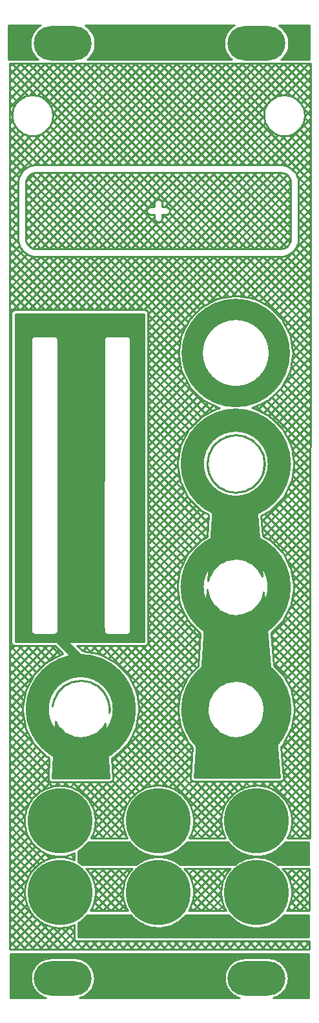
<source format=gtl>
G04 DipTrace 3.2.0.1*
G04 uBraidsII_panel.GTL*
%MOIN*%
G04 #@! TF.FileFunction,Copper,L1,Top*
G04 #@! TF.Part,Single*
G04 #@! TA.AperFunction,Conductor*
%ADD14C,0.05*%
G04 #@! TA.AperFunction,CopperBalancing*
%ADD15C,0.01*%
G04 #@! TA.AperFunction,Nonconductor*
%ADD16C,0.12*%
%ADD17C,0.11*%
G04 #@! TA.AperFunction,ComponentPad*
%ADD23C,0.334646*%
%ADD24O,0.299213X0.177165*%
%FSLAX26Y26*%
G04*
G70*
G90*
G75*
G01*
G04 Top*
%LPD*%
X777193Y2155807D2*
D14*
X664000Y2269000D1*
X426730Y5228545D2*
D15*
X415714Y5217529D1*
X469156Y5228545D2*
X415714Y5175104D1*
X511583Y5228545D2*
X415714Y5132677D1*
X554009Y5228545D2*
X415714Y5090251D1*
X596434Y5228545D2*
X415714Y5047824D1*
X638861Y5228545D2*
X415714Y5005398D1*
X681287Y5228545D2*
X519984Y5067241D1*
X427765Y4975022D2*
X415714Y4962971D1*
X723714Y5228545D2*
X559898Y5064728D1*
X430278Y4935109D2*
X415714Y4920545D1*
X766140Y5228545D2*
X589508Y5051912D1*
X443094Y4905499D2*
X415714Y4878118D1*
X808567Y5228545D2*
X612406Y5032383D1*
X462623Y4882601D2*
X415714Y4835692D1*
X850993Y5228545D2*
X629075Y5006626D1*
X488366Y4865917D2*
X415714Y4793265D1*
X893420Y5228545D2*
X638080Y4973205D1*
X521802Y4856927D2*
X415714Y4750839D1*
X935846Y5228545D2*
X630940Y4923638D1*
X571369Y4864067D2*
X415714Y4708412D1*
X978273Y5228545D2*
X415714Y4665986D1*
X1020699Y5228545D2*
X415714Y4623560D1*
X1063126Y5228545D2*
X541640Y4707059D1*
X457665Y4623085D2*
X415714Y4581134D1*
X1105552Y5228545D2*
X584798Y4707791D1*
X542408Y4665400D2*
X499324Y4622316D1*
X456933Y4579927D2*
X415714Y4538707D1*
X1147978Y5228545D2*
X627224Y4707791D1*
X585815Y4666381D2*
X498344Y4578909D1*
X456933Y4537500D2*
X415714Y4496281D1*
X1190404Y5228545D2*
X669651Y4707791D1*
X628241Y4666381D2*
X498344Y4536483D1*
X456933Y4495073D2*
X415714Y4453854D1*
X1232831Y5228545D2*
X712077Y4707791D1*
X670668Y4666381D2*
X498344Y4494056D1*
X456933Y4452647D2*
X415714Y4411428D1*
X1275257Y5228545D2*
X754504Y4707791D1*
X713094Y4666381D2*
X498344Y4451631D1*
X456933Y4410220D2*
X415714Y4369001D1*
X1317684Y5228545D2*
X796930Y4707791D1*
X755520Y4666381D2*
X498344Y4409205D1*
X456933Y4367794D2*
X415714Y4326575D1*
X1360110Y5228545D2*
X839357Y4707791D1*
X797946Y4666381D2*
X498344Y4366778D1*
X457071Y4325507D2*
X415714Y4284148D1*
X1402537Y5228545D2*
X881783Y4707791D1*
X840373Y4666381D2*
X498717Y4324724D1*
X464709Y4290717D2*
X415714Y4241722D1*
X1444963Y5228545D2*
X924210Y4707791D1*
X882799Y4666381D2*
X511105Y4294686D1*
X481350Y4264932D2*
X415714Y4199295D1*
X1487390Y5228545D2*
X966635Y4707791D1*
X925226Y4666381D2*
X536378Y4277533D1*
X504690Y4245846D2*
X415714Y4156869D1*
X1529816Y5228545D2*
X1009062Y4707791D1*
X967652Y4666381D2*
X575959Y4274688D1*
X536013Y4234743D2*
X415714Y4114442D1*
X1572243Y5228545D2*
X1051488Y4707791D1*
X1010079Y4666381D2*
X618386Y4274688D1*
X576976Y4233278D2*
X415714Y4072017D1*
X1614669Y5228545D2*
X1093915Y4707791D1*
X1052505Y4666381D2*
X660812Y4274688D1*
X619402Y4233278D2*
X415714Y4029591D1*
X1657096Y5228545D2*
X1136341Y4707791D1*
X1094932Y4666381D2*
X703239Y4274688D1*
X661828Y4233278D2*
X415714Y3987164D1*
X1699521Y5228545D2*
X1178768Y4707791D1*
X1137358Y4666381D2*
X745665Y4274688D1*
X704255Y4233278D2*
X415714Y3944738D1*
X1741948Y5228545D2*
X1221194Y4707791D1*
X1179785Y4666381D2*
X788092Y4274688D1*
X746681Y4233278D2*
X473512Y3960109D1*
X422890Y3909487D2*
X415714Y3902311D1*
X1784375Y5228546D2*
X1263622Y4707793D1*
X1222211Y4666382D2*
X830518Y4274689D1*
X789109Y4233280D2*
X515940Y3960109D1*
X422891Y3867062D2*
X415701Y3859871D1*
X1826802Y5228546D2*
X1306049Y4707793D1*
X1264638Y4666382D2*
X872945Y4274689D1*
X831535Y4233280D2*
X558366Y3960109D1*
X422891Y3824635D2*
X415701Y3817445D1*
X1869228Y5228546D2*
X1348475Y4707793D1*
X1307064Y4666382D2*
X915371Y4274689D1*
X873962Y4233280D2*
X600791Y3960109D1*
X422891Y3782209D2*
X415701Y3775018D1*
X1911655Y5228546D2*
X1390900Y4707793D1*
X1349491Y4666382D2*
X1201487Y4518379D1*
X1134500Y4451391D2*
X957798Y4274689D1*
X916388Y4233280D2*
X643218Y3960109D1*
X422891Y3739782D2*
X415701Y3732592D1*
X1954081Y5228546D2*
X1777793Y5052259D1*
X1742612Y5017076D2*
X1433327Y4707793D1*
X1391917Y4666382D2*
X1216776Y4491240D1*
X1161638Y4436102D2*
X1000224Y4274689D1*
X958815Y4233280D2*
X685644Y3960109D1*
X422891Y3697356D2*
X415701Y3690165D1*
X1967050Y5199088D2*
X1836033Y5068071D1*
X1726799Y4958837D2*
X1475753Y4707793D1*
X1434344Y4666382D2*
X1242201Y4474240D1*
X1217793Y4449831D2*
X1203049Y4435087D1*
X1178639Y4410677D2*
X1042651Y4274689D1*
X1001241Y4233280D2*
X728071Y3960109D1*
X422891Y3654929D2*
X415701Y3647740D1*
X1967008Y5156619D2*
X1871361Y5060972D1*
X1733898Y4923509D2*
X1518180Y4707793D1*
X1476770Y4666382D2*
X1085077Y4274689D1*
X1043667Y4233280D2*
X770497Y3960109D1*
X422891Y3612503D2*
X415701Y3605314D1*
X1966966Y5114152D2*
X1898374Y5045560D1*
X1749310Y4896496D2*
X1560606Y4707793D1*
X1519197Y4666382D2*
X1127504Y4274689D1*
X1086093Y4233280D2*
X812924Y3960109D1*
X422891Y3570076D2*
X415701Y3562887D1*
X1966925Y5071684D2*
X1919049Y5023808D1*
X1771062Y4875822D2*
X1603033Y4707793D1*
X1561623Y4666382D2*
X1169930Y4274689D1*
X1128520Y4233280D2*
X855350Y3960109D1*
X422891Y3527650D2*
X415701Y3520461D1*
X1966883Y5029217D2*
X1933247Y4995579D1*
X1799277Y4861610D2*
X1645459Y4707793D1*
X1604050Y4666382D2*
X1212357Y4274689D1*
X1170946Y4233280D2*
X897777Y3960109D1*
X422891Y3485224D2*
X415701Y3478034D1*
X1966843Y4986748D2*
X1938328Y4958235D1*
X1836635Y4856542D2*
X1687886Y4707793D1*
X1646476Y4666382D2*
X1254783Y4274689D1*
X1213373Y4233280D2*
X940203Y3960109D1*
X422891Y3442798D2*
X415701Y3435608D1*
X1966787Y4944266D2*
X1730312Y4707793D1*
X1688902Y4666382D2*
X1297209Y4274689D1*
X1255799Y4233280D2*
X982630Y3960109D1*
X422891Y3400371D2*
X415701Y3393181D1*
X1966745Y4901799D2*
X1772739Y4707793D1*
X1731328Y4666382D2*
X1339635Y4274689D1*
X1298226Y4233280D2*
X1025056Y3960109D1*
X422891Y3357945D2*
X415701Y3350755D1*
X1966703Y4859331D2*
X1815068Y4707696D1*
X1773755Y4666382D2*
X1382062Y4274689D1*
X1340652Y4233280D2*
X1067483Y3960109D1*
X422891Y3315518D2*
X415701Y3308328D1*
X1966663Y4816864D2*
X1849982Y4700182D1*
X1815850Y4666051D2*
X1424488Y4274689D1*
X1383079Y4233280D2*
X1109908Y3960109D1*
X422891Y3273092D2*
X415701Y3265902D1*
X1966621Y4774395D2*
X1875849Y4683623D1*
X1846081Y4653856D2*
X1466915Y4274689D1*
X1425505Y4233280D2*
X1130114Y3937888D1*
X422891Y3230665D2*
X415701Y3223475D1*
X1966580Y4731928D2*
X1895004Y4660353D1*
X1863373Y4628720D2*
X1509341Y4274689D1*
X1467932Y4233280D2*
X1130114Y3895462D1*
X422891Y3188239D2*
X415701Y3181049D1*
X1966538Y4689459D2*
X1906205Y4629126D1*
X1866341Y4589264D2*
X1551768Y4274689D1*
X1510358Y4233280D2*
X1130114Y3853035D1*
X422891Y3145812D2*
X415701Y3138623D1*
X1966497Y4646992D2*
X1907752Y4588247D1*
X1866341Y4546837D2*
X1594194Y4274689D1*
X1552785Y4233280D2*
X1130114Y3810609D1*
X422891Y3103386D2*
X415701Y3096197D1*
X1966455Y4604524D2*
X1907752Y4545820D1*
X1866341Y4504411D2*
X1636621Y4274689D1*
X1595210Y4233280D2*
X1130114Y3768182D1*
X422891Y3060959D2*
X415701Y3053770D1*
X1966413Y4562056D2*
X1907752Y4503394D1*
X1866341Y4461984D2*
X1679047Y4274689D1*
X1637636Y4233280D2*
X1130114Y3725756D1*
X422891Y3018533D2*
X415701Y3011344D1*
X1966373Y4519588D2*
X1907752Y4460967D1*
X1866341Y4419558D2*
X1721474Y4274689D1*
X1680063Y4233280D2*
X1439597Y3992814D1*
X1326234Y3879450D2*
X1130114Y3683329D1*
X422891Y2976106D2*
X415701Y2968917D1*
X1966331Y4477121D2*
X1907752Y4418541D1*
X1866341Y4377131D2*
X1763900Y4274689D1*
X1722490Y4233280D2*
X1511648Y4022437D1*
X1296610Y3807399D2*
X1130114Y3640903D1*
X422891Y2933681D2*
X415701Y2926491D1*
X1966290Y4434652D2*
X1907752Y4376115D1*
X1866341Y4334705D2*
X1806325Y4274689D1*
X1764916Y4233280D2*
X1562056Y4030420D1*
X1288627Y3756991D2*
X1130114Y3598476D1*
X422891Y2891255D2*
X415701Y2884064D1*
X1966248Y4392185D2*
X1907752Y4333689D1*
X1807343Y4233280D2*
X1604413Y4030350D1*
X1288697Y3714633D2*
X1130114Y3556050D1*
X422891Y2848828D2*
X415701Y2841638D1*
X1966207Y4349717D2*
X1887035Y4270546D1*
X1870486Y4253995D2*
X1641026Y4024537D1*
X1294497Y3678007D2*
X1130114Y3513625D1*
X422891Y2806402D2*
X415701Y2799211D1*
X1966165Y4307249D2*
X1676533Y4017617D1*
X1301416Y3642500D2*
X1130114Y3471198D1*
X422891Y2763975D2*
X415701Y2756785D1*
X1966123Y4264781D2*
X1705038Y4003696D1*
X1315350Y3614008D2*
X1130114Y3428772D1*
X422891Y2721549D2*
X415701Y2714358D1*
X1966083Y4222314D2*
X1733143Y3989374D1*
X1329659Y3585890D2*
X1130114Y3386345D1*
X422891Y2679122D2*
X415701Y2671932D1*
X1966041Y4179845D2*
X1760018Y3973824D1*
X1345223Y3559028D2*
X1130114Y3343919D1*
X422891Y2636696D2*
X415701Y2629505D1*
X1966000Y4137378D2*
X1781467Y3952845D1*
X1366202Y3537580D2*
X1130114Y3301492D1*
X422891Y2594269D2*
X415701Y2587080D1*
X1965958Y4094909D2*
X1802680Y3931633D1*
X1387415Y3516367D2*
X1130114Y3259066D1*
X422891Y2551843D2*
X415701Y2544654D1*
X1965917Y4052442D2*
X1823051Y3909576D1*
X1409471Y3495996D2*
X1130114Y3216639D1*
X422891Y2509416D2*
X415701Y2502227D1*
X1965875Y4009974D2*
X1837815Y3881913D1*
X1437119Y3481219D2*
X1130114Y3174213D1*
X422891Y2466990D2*
X415701Y2459801D1*
X1965833Y3967507D2*
X1852136Y3853808D1*
X1465224Y3466898D2*
X1409504Y3411176D1*
X1336675Y3338348D2*
X1130114Y3131786D1*
X422891Y2424563D2*
X415701Y2417374D1*
X1965778Y3925025D2*
X1865188Y3824433D1*
X1295063Y3254310D2*
X1130114Y3089360D1*
X422891Y2382138D2*
X415701Y2374948D1*
X1965738Y3882556D2*
X1871264Y3788084D1*
X1286514Y3203335D2*
X1130114Y3046933D1*
X422891Y2339711D2*
X415701Y2332521D1*
X1965696Y3840089D2*
X1877064Y3751458D1*
X1281819Y3156213D2*
X1130114Y3004507D1*
X422891Y2297285D2*
X415701Y2290094D1*
X1965655Y3797621D2*
X1874344Y3706311D1*
X1287550Y3119517D2*
X1130114Y2962081D1*
X422891Y2254858D2*
X415701Y2247668D1*
X1965613Y3755154D2*
X1866361Y3655902D1*
X1293350Y3082891D2*
X1130114Y2919655D1*
X438360Y2227899D2*
X415701Y2205241D1*
X1965572Y3712686D2*
X1829445Y3576559D1*
X1742474Y3489588D2*
X1695702Y3442816D1*
X1305049Y3052163D2*
X1130114Y2877228D1*
X480785Y2227899D2*
X415701Y2162815D1*
X1965530Y3670218D2*
X1723807Y3428495D1*
X1319370Y3024058D2*
X1130114Y2834802D1*
X523211Y2227899D2*
X415701Y2120388D1*
X1965488Y3627751D2*
X1751885Y3414146D1*
X1333719Y2995980D2*
X1130114Y2792375D1*
X565638Y2227899D2*
X415701Y2077962D1*
X1965448Y3585282D2*
X1775169Y3395004D1*
X1352846Y2972682D2*
X1130114Y2749949D1*
X608064Y2227899D2*
X415701Y2035537D1*
X1965406Y3542815D2*
X1796382Y3373791D1*
X1374060Y2951469D2*
X1130114Y2707522D1*
X648516Y2225925D2*
X415701Y1993110D1*
X1965365Y3500346D2*
X1817596Y3352577D1*
X1395273Y2930256D2*
X1130114Y2665096D1*
X669730Y2204711D2*
X611592Y2146573D1*
X535020Y2070003D2*
X415701Y1950684D1*
X1965323Y3457879D2*
X1834955Y3327512D1*
X1420340Y2912895D2*
X1130114Y2622669D1*
X494555Y1987110D2*
X415701Y1908257D1*
X1965282Y3415411D2*
X1849277Y3299407D1*
X1440794Y2890923D2*
X1130114Y2580243D1*
X777770Y2227899D2*
X770705Y2220835D1*
X486144Y1936273D2*
X415701Y1865831D1*
X1965240Y3372944D2*
X1863598Y3271302D1*
X1437659Y2845361D2*
X1130114Y2537816D1*
X820197Y2227899D2*
X792207Y2199911D1*
X481697Y1889400D2*
X415701Y1823404D1*
X1965198Y3330475D2*
X1873046Y3238322D1*
X1434509Y2799786D2*
X1412612Y2777887D1*
X1333581Y2698857D2*
X1130114Y2495390D1*
X862623Y2227899D2*
X828861Y2194138D1*
X487455Y1852732D2*
X415701Y1780978D1*
X1965157Y3288008D2*
X1878846Y3201696D1*
X1293806Y2616656D2*
X1130114Y2452965D1*
X905050Y2227899D2*
X865487Y2188337D1*
X493270Y1816121D2*
X415701Y1738551D1*
X1965115Y3245539D2*
X1883514Y3163938D1*
X1285492Y2565916D2*
X1130114Y2410538D1*
X947476Y2227899D2*
X896050Y2176474D1*
X505119Y1785543D2*
X415701Y1696125D1*
X1965075Y3203072D2*
X1876277Y3114274D1*
X1281239Y2519236D2*
X1130114Y2368112D1*
X989903Y2227899D2*
X924155Y2162152D1*
X519441Y1757438D2*
X415701Y1653698D1*
X1965033Y3160604D2*
X1861735Y3057306D1*
X1287012Y2482583D2*
X1130114Y2325685D1*
X1032328Y2227899D2*
X952218Y2147789D1*
X533819Y1729390D2*
X415701Y1611272D1*
X1964992Y3118136D2*
X1715991Y2869135D1*
X1292840Y2445984D2*
X1130114Y2283259D1*
X1074755Y2227899D2*
X975392Y2128537D1*
X553071Y1706215D2*
X415701Y1568845D1*
X1964950Y3075668D2*
X1719361Y2830079D1*
X1304799Y2415517D2*
X1129409Y2240127D1*
X1117871Y2228591D2*
X996606Y2107324D1*
X574283Y1685001D2*
X415701Y1526419D1*
X1964908Y3033201D2*
X1724056Y2792348D1*
X1319121Y2387413D2*
X1017819Y2086110D1*
X595497Y1663789D2*
X415701Y1483993D1*
X1964867Y2990732D2*
X1752092Y2777957D1*
X1333512Y2359377D2*
X1035041Y2060907D1*
X619486Y1645352D2*
X415701Y1441567D1*
X1964825Y2948265D2*
X1775182Y2758622D1*
X1352846Y2336286D2*
X1049362Y2032802D1*
X617180Y1600618D2*
X415701Y1399140D1*
X1964785Y2905797D2*
X1796396Y2737408D1*
X1374060Y2315072D2*
X1063671Y2004684D1*
X614873Y1555886D2*
X415701Y1356714D1*
X1964730Y2863315D2*
X1817609Y2716196D1*
X1395273Y2293860D2*
X1072966Y1971551D1*
X626253Y1524840D2*
X583156Y1481741D1*
X515988Y1414575D2*
X415701Y1314287D1*
X1964688Y2820848D2*
X1834720Y2690881D1*
X1396793Y2252953D2*
X1078765Y1934925D1*
X668335Y1524493D2*
X648521Y1504681D1*
X493063Y1349223D2*
X415701Y1271861D1*
X1964646Y2778379D2*
X1849042Y2662776D1*
X1393657Y2207391D2*
X1083282Y1897014D1*
X710761Y1524493D2*
X692122Y1505856D1*
X491875Y1305609D2*
X415701Y1229434D1*
X1964605Y2735912D2*
X1863365Y2634671D1*
X1390509Y2161815D2*
X1075907Y1847214D1*
X753188Y1524493D2*
X727656Y1498963D1*
X498781Y1270088D2*
X415701Y1187008D1*
X1964563Y2693444D2*
X1872521Y2601402D1*
X1335612Y2064492D2*
X1060660Y1789541D1*
X795614Y1524493D2*
X757958Y1486837D1*
X510892Y1239773D2*
X415701Y1144581D1*
X1964522Y2650976D2*
X1878322Y2564776D1*
X1296900Y1983354D2*
X943297Y1629751D1*
X838041Y1524493D2*
X784171Y1470625D1*
X527121Y1213575D2*
X415701Y1102155D1*
X1964480Y2608508D2*
X1882713Y2526740D1*
X1288738Y1932765D2*
X945727Y1589755D1*
X880466Y1524493D2*
X806751Y1450778D1*
X546966Y1190993D2*
X415701Y1059728D1*
X1964440Y2566041D2*
X1875255Y2476857D1*
X1284843Y1886445D2*
X948172Y1549773D1*
X922907Y1524508D2*
X825823Y1427424D1*
X570320Y1171921D2*
X415701Y1017302D1*
X1964398Y2523572D2*
X1859470Y2418644D1*
X1290630Y1849804D2*
X841194Y1400369D1*
X597361Y1156537D2*
X415701Y974875D1*
X1964356Y2481105D2*
X1766496Y2283244D1*
X1296486Y1813234D2*
X852298Y1369046D1*
X628698Y1145446D2*
X608291Y1125039D1*
X504857Y1021606D2*
X415701Y932450D1*
X1964315Y2438636D2*
X1769866Y2244188D1*
X1308667Y1782988D2*
X857781Y1332102D1*
X665642Y1139963D2*
X663278Y1137600D1*
X492290Y966612D2*
X415701Y890024D1*
X1964273Y2396169D2*
X1773236Y2205131D1*
X1322988Y1754883D2*
X853942Y1285837D1*
X711894Y1143789D2*
X703986Y1135881D1*
X494003Y925898D2*
X415701Y847597D1*
X1964232Y2353701D2*
X1776605Y2166075D1*
X1337407Y1726875D2*
X1095007Y1484476D1*
X1021211Y1410680D2*
X845642Y1235110D1*
X747898Y1137367D2*
X737794Y1127262D1*
X502619Y892089D2*
X415701Y805171D1*
X1964190Y2311234D2*
X1779962Y2127004D1*
X1356894Y1703936D2*
X1158274Y1505316D1*
X1000371Y1347413D2*
X888068Y1235110D1*
X516030Y863073D2*
X415701Y762744D1*
X1964150Y2268765D2*
X1800442Y2105059D1*
X1355941Y1660556D2*
X1201419Y1506034D1*
X999652Y1304269D2*
X930495Y1235110D1*
X533349Y837965D2*
X415701Y720318D1*
X1964108Y2226298D2*
X1821642Y2083832D1*
X1352806Y1614996D2*
X1236677Y1498867D1*
X1006820Y1269010D2*
X972921Y1235110D1*
X815709Y1077898D2*
X813470Y1075659D1*
X554217Y816407D2*
X415701Y677891D1*
X1964066Y2183829D2*
X1838573Y2058337D1*
X1349656Y1569420D2*
X1266785Y1486547D1*
X1019139Y1238903D2*
X1015345Y1235109D1*
X858135Y1077898D2*
X831499Y1051262D1*
X578634Y798398D2*
X440340Y660102D1*
X1964025Y2141362D2*
X1852896Y2030232D1*
X1353814Y1531151D2*
X1292831Y1470168D1*
X900560Y1077898D2*
X845697Y1023034D1*
X606849Y784186D2*
X482766Y660102D1*
X1963983Y2098894D2*
X1867218Y2002129D1*
X1392980Y1527891D2*
X1315260Y1450171D1*
X942987Y1077898D2*
X855336Y990247D1*
X639635Y774546D2*
X525192Y660102D1*
X1963942Y2056427D2*
X1876139Y1968623D1*
X1435407Y1527891D2*
X1334180Y1426665D1*
X985413Y1077898D2*
X858665Y951150D1*
X678748Y771232D2*
X567618Y660102D1*
X1963900Y2013958D2*
X1881940Y1931997D1*
X1477833Y1527891D2*
X1349386Y1399444D1*
X1027840Y1077898D2*
X850227Y900285D1*
X729613Y779671D2*
X610045Y660102D1*
X1963860Y1971491D2*
X1886110Y1893741D1*
X1520260Y1527891D2*
X1360282Y1367915D1*
X1010218Y1017849D2*
X852478Y860109D1*
X747898Y755529D2*
X652471Y660102D1*
X1963818Y1929022D2*
X1878501Y1843706D1*
X1562686Y1527891D2*
X1365462Y1330667D1*
X998934Y964139D2*
X894904Y860109D1*
X748575Y713780D2*
X694898Y660102D1*
X1963776Y1886555D2*
X1861707Y1784486D1*
X1605113Y1527891D2*
X1361042Y1283822D1*
X1001102Y923882D2*
X937331Y860109D1*
X780118Y702896D2*
X737324Y660102D1*
X1963720Y1844073D2*
X1817001Y1697354D1*
X1647539Y1527891D2*
X1605961Y1486314D1*
X1526337Y1406689D2*
X1354759Y1235110D1*
X1010010Y890364D2*
X979757Y860109D1*
X822545Y702896D2*
X779751Y660102D1*
X1963680Y1801605D2*
X1820371Y1658298D1*
X1689966Y1527891D2*
X1667474Y1505399D1*
X1507264Y1345190D2*
X1397185Y1235110D1*
X864971Y702896D2*
X822177Y660102D1*
X1963638Y1759138D2*
X1823741Y1619241D1*
X1732392Y1527891D2*
X1710176Y1505676D1*
X1506988Y1302487D2*
X1439612Y1235110D1*
X907398Y702896D2*
X864604Y660102D1*
X1963597Y1716669D2*
X1827112Y1580184D1*
X1774819Y1527891D2*
X1745186Y1498260D1*
X1514391Y1267463D2*
X1482038Y1235110D1*
X1324825Y1077898D2*
X1321308Y1074382D1*
X949824Y702896D2*
X907030Y660102D1*
X1963555Y1674202D2*
X1829377Y1540022D1*
X1817976Y1528623D2*
X1775114Y1485761D1*
X1526903Y1237550D2*
X1524459Y1235106D1*
X1367252Y1077898D2*
X1339138Y1049785D1*
X992251Y702896D2*
X949457Y660102D1*
X1963513Y1631734D2*
X1800995Y1469215D1*
X1409678Y1077898D2*
X1353115Y1021335D1*
X1034676Y702896D2*
X991883Y660102D1*
X1963472Y1589266D2*
X1823272Y1449066D1*
X1452104Y1077898D2*
X1362479Y988273D1*
X1077102Y702896D2*
X1034310Y660102D1*
X1963430Y1546798D2*
X1842041Y1425408D1*
X1494530Y1077898D2*
X1365379Y948747D1*
X1119529Y702896D2*
X1076735Y660102D1*
X1963390Y1504331D2*
X1857080Y1398021D1*
X1536957Y1077898D2*
X1355919Y896860D1*
X1161955Y702896D2*
X1119161Y660102D1*
X1963348Y1461862D2*
X1867783Y1366298D1*
X1516337Y1014853D2*
X1361594Y860109D1*
X1204382Y702896D2*
X1161588Y660102D1*
X1963307Y1419395D2*
X1872659Y1328747D1*
X1505841Y961930D2*
X1404021Y860109D1*
X1246808Y702896D2*
X1204014Y660102D1*
X1963265Y1376927D2*
X1867659Y1281322D1*
X1508328Y921990D2*
X1446448Y860109D1*
X1289235Y702896D2*
X1246441Y660102D1*
X1963223Y1334459D2*
X1863875Y1235110D1*
X1517429Y888664D2*
X1488874Y860109D1*
X1331661Y702896D2*
X1288867Y660102D1*
X1963182Y1291991D2*
X1906302Y1235110D1*
X1374088Y702896D2*
X1331294Y660102D1*
X1963140Y1249524D2*
X1948728Y1235110D1*
X1416514Y702896D2*
X1373720Y660102D1*
X1833942Y1077898D2*
X1829017Y1072974D1*
X1458941Y702896D2*
X1416147Y660102D1*
X1876369Y1077898D2*
X1846709Y1048239D1*
X1501367Y702896D2*
X1458573Y660102D1*
X1918795Y1077898D2*
X1860547Y1019650D1*
X1543794Y702896D2*
X1501000Y660102D1*
X1961222Y1077898D2*
X1869717Y986394D1*
X1586219Y702896D2*
X1543427Y660102D1*
X1962933Y1037184D2*
X1872314Y946564D1*
X1628646Y702896D2*
X1585853Y660102D1*
X1962892Y994717D2*
X1862121Y893945D1*
X1671072Y702896D2*
X1628278Y660102D1*
X1962850Y952248D2*
X1870711Y860109D1*
X1713499Y702896D2*
X1670705Y660102D1*
X1962810Y909781D2*
X1913138Y860109D1*
X1755925Y702896D2*
X1713131Y660102D1*
X1962768Y867312D2*
X1955564Y860109D1*
X1798352Y702896D2*
X1755558Y660102D1*
X1840778Y702896D2*
X1797984Y660102D1*
X1883205Y702896D2*
X1840411Y660102D1*
X1925631Y702896D2*
X1882837Y660102D1*
X1962588Y697428D2*
X1925264Y660102D1*
X1956255Y5228545D2*
X1967063Y5217736D1*
X1913828Y5228545D2*
X1967021Y5175352D1*
X1871402Y5228545D2*
X1966980Y5132967D1*
X1828975Y5228545D2*
X1966938Y5090581D1*
X1786550Y5228545D2*
X1966898Y5048197D1*
X1744123Y5228545D2*
X1966856Y5005812D1*
X1701697Y5228545D2*
X1868841Y5061400D1*
X1931727Y4998514D2*
X1966815Y4963427D1*
X1659270Y5228545D2*
X1820339Y5067476D1*
X1937803Y4950010D2*
X1966773Y4921042D1*
X1616844Y5228545D2*
X1787234Y5058155D1*
X1928482Y4916907D2*
X1966731Y4878657D1*
X1574417Y5228545D2*
X1761713Y5041249D1*
X1911577Y4891385D2*
X1966690Y4836272D1*
X1531991Y5228545D2*
X1742391Y5018144D1*
X1888472Y4872063D2*
X1966648Y4793887D1*
X1489564Y5228545D2*
X1729850Y4988259D1*
X1858585Y4859524D2*
X1966608Y4751501D1*
X1447138Y5228545D2*
X1727862Y4947820D1*
X1818148Y4857535D2*
X1966566Y4709117D1*
X1404711Y5228545D2*
X1966525Y4666732D1*
X1362285Y5228545D2*
X1966470Y4624361D1*
X1319858Y5228545D2*
X1847932Y4700471D1*
X1900432Y4647971D2*
X1966428Y4581976D1*
X1277432Y5228545D2*
X1798186Y4707791D1*
X1907752Y4598226D2*
X1966386Y4539591D1*
X1235007Y5228545D2*
X1755760Y4707791D1*
X1797169Y4666381D2*
X1866341Y4597209D1*
X1907752Y4555799D2*
X1966345Y4497206D1*
X1192580Y5228545D2*
X1713333Y4707791D1*
X1754743Y4666381D2*
X1866341Y4554782D1*
X1907752Y4513373D2*
X1966303Y4454822D1*
X1150154Y5228545D2*
X1670907Y4707791D1*
X1712316Y4666381D2*
X1866341Y4512356D1*
X1907752Y4470946D2*
X1966262Y4412436D1*
X1107727Y5228545D2*
X1628480Y4707791D1*
X1669890Y4666381D2*
X1866341Y4469930D1*
X1907752Y4428520D2*
X1966220Y4370051D1*
X1065301Y5228545D2*
X1586054Y4707791D1*
X1627465Y4666381D2*
X1866341Y4427504D1*
X1907752Y4386093D2*
X1966180Y4327665D1*
X1022874Y5228545D2*
X1543627Y4707791D1*
X1585038Y4666381D2*
X1866341Y4385077D1*
X1907752Y4343667D2*
X1966138Y4285281D1*
X980448Y5228545D2*
X1501201Y4707791D1*
X1542612Y4666381D2*
X1866341Y4342651D1*
X1904672Y4304320D2*
X1966096Y4242896D1*
X938021Y5228545D2*
X1458774Y4707791D1*
X1500185Y4666381D2*
X1860720Y4305845D1*
X1891358Y4275207D2*
X1966055Y4200510D1*
X895594Y5228545D2*
X1416349Y4707791D1*
X1457759Y4666381D2*
X1840751Y4283388D1*
X1870946Y4253193D2*
X1966013Y4158126D1*
X853168Y5228545D2*
X1373923Y4707791D1*
X1415332Y4666381D2*
X1807025Y4274688D1*
X1843241Y4238471D2*
X1965972Y4115741D1*
X810741Y5228545D2*
X1331496Y4707791D1*
X1372906Y4666381D2*
X1764598Y4274688D1*
X1806008Y4233278D2*
X1965930Y4073356D1*
X768315Y5228545D2*
X1289070Y4707791D1*
X1330479Y4666381D2*
X1722172Y4274688D1*
X1763583Y4233278D2*
X1965890Y4030971D1*
X725888Y5228545D2*
X1246643Y4707791D1*
X1288052Y4666381D2*
X1679745Y4274688D1*
X1721156Y4233278D2*
X1965848Y3988587D1*
X683463Y5228545D2*
X1204217Y4707791D1*
X1245626Y4666381D2*
X1637319Y4274688D1*
X1678730Y4233278D2*
X1965806Y3946201D1*
X641037Y5228545D2*
X1161790Y4707791D1*
X1203199Y4666381D2*
X1594892Y4274688D1*
X1636303Y4233278D2*
X1965765Y3903816D1*
X598609Y5228546D2*
X1119362Y4707793D1*
X1160773Y4666382D2*
X1552466Y4274689D1*
X1593875Y4233280D2*
X1965723Y3861432D1*
X556182Y5228546D2*
X1076936Y4707793D1*
X1118346Y4666382D2*
X1510039Y4274689D1*
X1551449Y4233280D2*
X1965681Y3819047D1*
X513756Y5228546D2*
X1034509Y4707793D1*
X1075920Y4666382D2*
X1467613Y4274689D1*
X1509022Y4233280D2*
X1965639Y3776663D1*
X471329Y5228546D2*
X992084Y4707793D1*
X1033493Y4666382D2*
X1171829Y4528046D1*
X1203047Y4496828D2*
X1208635Y4491240D1*
X1239853Y4460024D2*
X1425186Y4274689D1*
X1466596Y4233280D2*
X1688432Y4011444D1*
X1856983Y3842892D2*
X1965598Y3734277D1*
X428903Y5228546D2*
X949657Y4707793D1*
X991067Y4666382D2*
X1161636Y4495812D1*
X1207618Y4449831D2*
X1382760Y4274689D1*
X1424169Y4233280D2*
X1631642Y4025807D1*
X1871346Y3786104D2*
X1965556Y3691892D1*
X415714Y5199308D2*
X548154Y5066870D1*
X637333Y4977689D2*
X907231Y4707793D1*
X948640Y4666382D2*
X1128906Y4486117D1*
X1197937Y4417085D2*
X1340333Y4274689D1*
X1381743Y4233280D2*
X1582172Y4032850D1*
X1878403Y3736619D2*
X1965516Y3649508D1*
X415714Y5156882D2*
X507411Y5065185D1*
X635650Y4936948D2*
X864804Y4707793D1*
X906214Y4666382D2*
X1297907Y4274689D1*
X1339318Y4233280D2*
X1544703Y4027892D1*
X1873445Y3699151D2*
X1965474Y3607122D1*
X415714Y5114455D2*
X477387Y5052783D1*
X623261Y4906909D2*
X822378Y4707793D1*
X863787Y4666382D2*
X1255480Y4274689D1*
X1296891Y4233280D2*
X1508077Y4022092D1*
X1867631Y3662539D2*
X1965433Y3564738D1*
X415714Y5072029D2*
X454143Y5033600D1*
X604064Y4883680D2*
X779951Y4707793D1*
X821361Y4666382D2*
X1213054Y4274689D1*
X1254465Y4233280D2*
X1475774Y4011969D1*
X1857508Y3630236D2*
X1965391Y3522353D1*
X415714Y5029604D2*
X437115Y5008202D1*
X578667Y4866651D2*
X737525Y4707793D1*
X778934Y4666382D2*
X1170627Y4274689D1*
X1212038Y4233280D2*
X1447671Y3997647D1*
X1843199Y3602117D2*
X1965349Y3479967D1*
X415714Y4987177D2*
X427613Y4975277D1*
X545741Y4857150D2*
X695098Y4707793D1*
X736508Y4666382D2*
X1128201Y4274689D1*
X1169612Y4233280D2*
X1419566Y3983325D1*
X1828878Y3574013D2*
X1965308Y3437583D1*
X415714Y4944751D2*
X433123Y4927340D1*
X497804Y4862660D2*
X652672Y4707793D1*
X694083Y4666382D2*
X1085776Y4274689D1*
X1127185Y4233280D2*
X1395383Y3965081D1*
X1810634Y3549831D2*
X1965266Y3395198D1*
X415714Y4902324D2*
X610245Y4707793D1*
X651656Y4666382D2*
X1043349Y4274689D1*
X1084759Y4233280D2*
X1374169Y3943869D1*
X1789421Y3528617D2*
X1965211Y3352827D1*
X415714Y4859898D2*
X567819Y4707793D1*
X609230Y4666382D2*
X1000923Y4274689D1*
X1042332Y4233280D2*
X1352957Y3922655D1*
X1768207Y3507404D2*
X1965171Y3310441D1*
X415714Y4817471D2*
X528377Y4704808D1*
X566803Y4666382D2*
X958496Y4274689D1*
X999906Y4233280D2*
X1335045Y3898140D1*
X1743694Y3489491D2*
X1965129Y3268056D1*
X415714Y4775045D2*
X499167Y4691592D1*
X529832Y4660927D2*
X916070Y4274689D1*
X957479Y4233280D2*
X1320722Y3870037D1*
X1715589Y3475169D2*
X1965087Y3225672D1*
X415714Y4732618D2*
X477070Y4671262D1*
X507238Y4641094D2*
X873643Y4274689D1*
X915052Y4233280D2*
X1306400Y3841932D1*
X1687484Y3460848D2*
X1717185Y3431147D1*
X1848157Y3300175D2*
X1965046Y3183286D1*
X415714Y4690192D2*
X462251Y4643655D1*
X498344Y4607563D2*
X831217Y4274689D1*
X872626Y4233280D2*
X1296678Y3809228D1*
X1873818Y3232088D2*
X1965004Y3140902D1*
X415714Y4647765D2*
X456933Y4606546D1*
X498344Y4565136D2*
X788790Y4274689D1*
X830199Y4233280D2*
X1103370Y3960109D1*
X1130113Y3933366D2*
X1290878Y3772602D1*
X1881801Y3181678D2*
X1964963Y3098517D1*
X415714Y4605339D2*
X456933Y4564119D1*
X498344Y4522710D2*
X746364Y4274689D1*
X787774Y4233280D2*
X1060944Y3960109D1*
X1130113Y3890940D2*
X1286238Y3734816D1*
X1880640Y3140412D2*
X1964921Y3056131D1*
X415714Y4562912D2*
X456933Y4521693D1*
X498344Y4480283D2*
X703937Y4274689D1*
X745348Y4233280D2*
X1018517Y3960109D1*
X1130113Y3848513D2*
X1293612Y3685014D1*
X1874840Y3103786D2*
X1964881Y3013747D1*
X415714Y4520486D2*
X456933Y4479266D1*
X498344Y4437857D2*
X661510Y4274689D1*
X702921Y4233280D2*
X976091Y3960109D1*
X1130113Y3806088D2*
X1309688Y3626513D1*
X1472051Y3464148D2*
X1485552Y3450647D1*
X1867672Y3068528D2*
X1964839Y2971362D1*
X415714Y4478060D2*
X456933Y4436840D1*
X498344Y4395430D2*
X619084Y4274689D1*
X660495Y4233280D2*
X933664Y3960109D1*
X1130113Y3763661D2*
X1457102Y3436671D1*
X1853682Y3040092D2*
X1964797Y2928976D1*
X415714Y4435634D2*
X456933Y4394413D1*
X498344Y4353004D2*
X576659Y4274689D1*
X618068Y4233280D2*
X891238Y3960109D1*
X1130113Y3721235D2*
X1428997Y3422349D1*
X1839361Y3011987D2*
X1964756Y2886592D1*
X415714Y4393207D2*
X456933Y4351988D1*
X503453Y4305467D2*
X529135Y4279785D1*
X575642Y4233280D2*
X848811Y3960109D1*
X1130113Y3678808D2*
X1402109Y3406812D1*
X1823837Y2985084D2*
X1964714Y2844206D1*
X415714Y4350781D2*
X459820Y4306675D1*
X530343Y4236152D2*
X806385Y3960109D1*
X1130113Y3636382D2*
X1380592Y3385903D1*
X1802928Y2963567D2*
X1964673Y2801822D1*
X415714Y4308354D2*
X763958Y3960109D1*
X1130113Y3593955D2*
X1359378Y3364690D1*
X1781714Y2942353D2*
X1964631Y2759437D1*
X415714Y4265928D2*
X721533Y3960109D1*
X1130113Y3551529D2*
X1338801Y3342841D1*
X1759852Y2921790D2*
X1964591Y2717051D1*
X415714Y4223501D2*
X679106Y3960109D1*
X1130113Y3509102D2*
X1323774Y3315441D1*
X1732466Y2906749D2*
X1964549Y2674667D1*
X415714Y4181075D2*
X636680Y3960109D1*
X1130113Y3466676D2*
X1309453Y3287336D1*
X1714760Y2882029D2*
X1964507Y2632282D1*
X415714Y4138648D2*
X594253Y3960109D1*
X1130113Y3424249D2*
X1295877Y3258486D1*
X1718752Y2835610D2*
X1964466Y2589896D1*
X415714Y4096222D2*
X551827Y3960109D1*
X1130113Y3381823D2*
X1289331Y3222605D1*
X1847440Y2664496D2*
X1964424Y2547512D1*
X415714Y4053795D2*
X509400Y3960109D1*
X1130113Y3339396D2*
X1283530Y3185979D1*
X1873072Y2596437D2*
X1964383Y2505127D1*
X415714Y4011369D2*
X466974Y3960109D1*
X1130113Y3296970D2*
X1284055Y3143029D1*
X1881068Y2546014D2*
X1964341Y2462741D1*
X415714Y3968942D2*
X428262Y3956395D1*
X1130113Y3254545D2*
X1292038Y3092619D1*
X1879895Y2504762D2*
X1964301Y2420357D1*
X415714Y3926517D2*
X422890Y3919340D1*
X1130113Y3212118D2*
X1322062Y3020168D1*
X1437193Y2905037D2*
X1441386Y2900844D1*
X1874094Y2468136D2*
X1964259Y2377972D1*
X415714Y3884091D2*
X422890Y3876913D1*
X1130113Y3169692D2*
X1438652Y2861152D1*
X1866927Y2432878D2*
X1964217Y2335587D1*
X415714Y3841664D2*
X422890Y3834488D1*
X1130113Y3127265D2*
X1435903Y2821474D1*
X1852950Y2404428D2*
X1964176Y2293202D1*
X415714Y3799238D2*
X422890Y3792062D1*
X1130113Y3084839D2*
X1428266Y2786685D1*
X1838629Y2376323D2*
X1964134Y2250818D1*
X415714Y3756811D2*
X422890Y3749635D1*
X1130113Y3042412D2*
X1401362Y2771161D1*
X1823092Y2349433D2*
X1964093Y2208432D1*
X415714Y3714385D2*
X422890Y3707209D1*
X1130113Y2999986D2*
X1379860Y2750239D1*
X1802182Y2327916D2*
X1964051Y2166047D1*
X415714Y3671958D2*
X422890Y3664782D1*
X1130113Y2957559D2*
X1358647Y2729026D1*
X1780969Y2306703D2*
X1963996Y2123676D1*
X415714Y3629531D2*
X422890Y3622356D1*
X1130113Y2915133D2*
X1338068Y2707177D1*
X1766785Y2278461D2*
X1963954Y2081291D1*
X415714Y3587105D2*
X422890Y3579929D1*
X1130113Y2872706D2*
X1323029Y2679790D1*
X1770790Y2232029D2*
X1963913Y2038906D1*
X415714Y3544678D2*
X422890Y3537503D1*
X1130113Y2830280D2*
X1308720Y2651672D1*
X1774795Y2185597D2*
X1963871Y1996521D1*
X415714Y3502252D2*
X422890Y3495076D1*
X1130113Y2787853D2*
X1295144Y2622822D1*
X1778801Y2139165D2*
X1963831Y1954136D1*
X415714Y3459825D2*
X422890Y3452650D1*
X1130113Y2745427D2*
X1288598Y2586941D1*
X1859303Y2016238D2*
X1963789Y1911751D1*
X415714Y3417399D2*
X422890Y3410223D1*
X1130113Y2703001D2*
X1282798Y2550315D1*
X1878058Y1955056D2*
X1963748Y1869366D1*
X415714Y3374974D2*
X422890Y3367797D1*
X1130113Y2660575D2*
X1283310Y2507378D1*
X1885888Y1904799D2*
X1963706Y1826982D1*
X415714Y3332547D2*
X422890Y3325370D1*
X1130113Y2618148D2*
X1291291Y2456969D1*
X1882256Y1866004D2*
X1963664Y1784596D1*
X415714Y3290121D2*
X422890Y3282945D1*
X1130113Y2575722D2*
X1321329Y2384504D1*
X1876455Y1829378D2*
X1963623Y1742211D1*
X415714Y3247694D2*
X422890Y3240518D1*
X1130113Y2533295D2*
X1397593Y2265815D1*
X1867976Y1795432D2*
X1963581Y1699827D1*
X415714Y3205268D2*
X422890Y3198092D1*
X1130113Y2490869D2*
X1394844Y2226138D1*
X1853668Y1767314D2*
X1963541Y1657441D1*
X415714Y3162841D2*
X422890Y3155665D1*
X1130113Y2448442D2*
X1392110Y2186445D1*
X1839361Y1739194D2*
X1963499Y1615056D1*
X415714Y3120415D2*
X422890Y3113239D1*
X1130113Y2406016D2*
X1389375Y2146753D1*
X1822787Y1713341D2*
X1963458Y1572671D1*
X415714Y3077988D2*
X422890Y3070812D1*
X1130113Y2363589D2*
X1379266Y2114437D1*
X1818824Y1674878D2*
X1963416Y1530286D1*
X415714Y3035562D2*
X422890Y3028386D1*
X1130113Y2321163D2*
X1358052Y2093223D1*
X1822829Y1628448D2*
X1963374Y1487902D1*
X415714Y2993135D2*
X422890Y2985959D1*
X1130113Y2278736D2*
X1338276Y2070573D1*
X1826820Y1582029D2*
X1963333Y1445516D1*
X415714Y2950709D2*
X422890Y2943533D1*
X1128967Y2237457D2*
X1323761Y2042663D1*
X1828961Y1537462D2*
X1963291Y1403131D1*
X415714Y2908282D2*
X422890Y2901106D1*
X1096097Y2227899D2*
X1309440Y2014558D1*
X1796105Y1527891D2*
X1963251Y1360747D1*
X415714Y2865856D2*
X422890Y2858680D1*
X1053671Y2227899D2*
X1296885Y1984685D1*
X1753678Y1527891D2*
X1963209Y1318361D1*
X415714Y2823430D2*
X422890Y2816253D1*
X1011244Y2227899D2*
X1290946Y1948197D1*
X1711252Y1527891D2*
X1739627Y1499516D1*
X1865449Y1373696D2*
X1963168Y1275976D1*
X415714Y2781004D2*
X422890Y2773828D1*
X968818Y2227899D2*
X1285146Y1911571D1*
X1668825Y1527891D2*
X1689937Y1506781D1*
X1872727Y1323991D2*
X1961606Y1235110D1*
X415714Y2738577D2*
X422890Y2731402D1*
X926391Y2227899D2*
X1288295Y1865996D1*
X1626399Y1527891D2*
X1651336Y1502955D1*
X1868887Y1285404D2*
X1919181Y1235110D1*
X415714Y2696151D2*
X422890Y2688975D1*
X883965Y2227899D2*
X1296304Y1815559D1*
X1583974Y1527891D2*
X1618895Y1492970D1*
X1858916Y1252949D2*
X1876755Y1235110D1*
X415714Y2653724D2*
X422890Y2646549D1*
X841538Y2227899D2*
X891210Y2178228D1*
X1061087Y2008352D2*
X1333193Y1736245D1*
X1541547Y1527891D2*
X1590928Y1478510D1*
X415714Y2611298D2*
X422890Y2604122D1*
X799113Y2227899D2*
X833896Y2193115D1*
X1075988Y1951024D2*
X1356533Y1670479D1*
X1499121Y1527891D2*
X1566760Y1460252D1*
X1949114Y1077898D2*
X1962961Y1064051D1*
X415714Y2568871D2*
X422890Y2561696D1*
X1083295Y1901291D2*
X1353799Y1630786D1*
X1456694Y1527891D2*
X1546113Y1438472D1*
X1906688Y1077898D2*
X1962919Y1021667D1*
X415714Y2526445D2*
X422890Y2519269D1*
X1078710Y1863450D2*
X1351051Y1591109D1*
X1414268Y1527891D2*
X1529042Y1413117D1*
X1864261Y1077898D2*
X1962878Y979282D1*
X415714Y2484018D2*
X422890Y2476843D1*
X1072909Y1826824D2*
X1348316Y1551416D1*
X1371841Y1527891D2*
X1515908Y1383824D1*
X1832841Y1066891D2*
X1962823Y936911D1*
X415714Y2441592D2*
X422890Y2434416D1*
X629407Y2227899D2*
X676634Y2180672D1*
X1063531Y1793774D2*
X1507664Y1349643D1*
X1869122Y988184D2*
X1962781Y894525D1*
X415714Y2399165D2*
X422890Y2391990D1*
X586980Y2227899D2*
X648529Y2166350D1*
X1049210Y1765669D2*
X1506545Y1308335D1*
X1872188Y942692D2*
X1954770Y860109D1*
X415714Y2356739D2*
X422890Y2349563D1*
X544554Y2227899D2*
X620424Y2152029D1*
X1034888Y1737566D2*
X1520853Y1251601D1*
X1866319Y906135D2*
X1912344Y860109D1*
X415714Y2314312D2*
X422890Y2307136D1*
X502127Y2227899D2*
X595289Y2134739D1*
X1017612Y1712416D2*
X1229490Y1500538D1*
X1359135Y1370891D2*
X1494916Y1235110D1*
X1854938Y875088D2*
X1869917Y860109D1*
X415714Y2271887D2*
X422890Y2264710D1*
X459701Y2227899D2*
X574076Y2113525D1*
X996398Y1691203D2*
X1180627Y1506974D1*
X1365571Y1322029D2*
X1452490Y1235110D1*
X415714Y2229461D2*
X552862Y2092312D1*
X975185Y1669990D2*
X1142412Y1502761D1*
X1361358Y1283815D2*
X1410063Y1235110D1*
X1942277Y702896D2*
X1962573Y682601D1*
X415714Y2187034D2*
X533665Y2069083D1*
X951955Y1650793D2*
X1110220Y1492528D1*
X1351125Y1251622D2*
X1367638Y1235110D1*
X1524849Y1077898D2*
X1540602Y1062146D1*
X1899850Y702896D2*
X1942644Y660102D1*
X415714Y2144608D2*
X519302Y2041018D1*
X944028Y1616294D2*
X1082474Y1477846D1*
X1482424Y1077898D2*
X1524609Y1035713D1*
X1857425Y702896D2*
X1900218Y660102D1*
X415714Y2102181D2*
X504980Y2012915D1*
X946790Y1571105D2*
X1058471Y1459424D1*
X1439997Y1077898D2*
X1512760Y1005135D1*
X1814999Y702896D2*
X1857793Y660102D1*
X415714Y2059755D2*
X493214Y1982255D1*
X945243Y1530226D2*
X1038004Y1437465D1*
X1397571Y1077898D2*
X1506227Y969241D1*
X1772572Y702896D2*
X1815366Y660102D1*
X415714Y2017328D2*
X487400Y1945643D1*
X908549Y1524493D2*
X1021113Y1411929D1*
X1355144Y1077898D2*
X1508064Y924978D1*
X1730146Y702896D2*
X1772940Y660102D1*
X415714Y1974902D2*
X481655Y1908961D1*
X866122Y1524493D2*
X1008214Y1382402D1*
X1333503Y1057113D2*
X1530507Y860109D1*
X1687719Y702896D2*
X1730513Y660102D1*
X415714Y1932475D2*
X486226Y1861963D1*
X823696Y1524493D2*
X1000245Y1347944D1*
X1362740Y985449D2*
X1488080Y860109D1*
X1645293Y702896D2*
X1688087Y660102D1*
X415714Y1890049D2*
X494706Y1811058D1*
X781269Y1524493D2*
X999610Y1306152D1*
X1365033Y940731D2*
X1445654Y860109D1*
X1602866Y702896D2*
X1645660Y660102D1*
X415714Y1847622D2*
X535710Y1727627D1*
X610500Y1652837D2*
X619346Y1643990D1*
X738843Y1524493D2*
X1015424Y1247913D1*
X1358735Y904602D2*
X1403227Y860109D1*
X1560440Y702896D2*
X1603234Y660102D1*
X415714Y1805196D2*
X617261Y1603648D1*
X696416Y1524493D2*
X720276Y1500635D1*
X851951Y1368958D2*
X985799Y1235110D1*
X1347064Y873845D2*
X1360801Y860109D1*
X1518013Y702896D2*
X1560807Y660102D1*
X415714Y1762770D2*
X615190Y1563294D1*
X653990Y1524493D2*
X671856Y1506629D1*
X857946Y1320538D2*
X943373Y1235110D1*
X1475587Y702896D2*
X1518381Y660102D1*
X415714Y1720344D2*
X633848Y1502209D1*
X853526Y1282531D2*
X900946Y1235110D1*
X1433160Y702896D2*
X1475954Y660102D1*
X415714Y1677917D2*
X601794Y1491837D1*
X843155Y1250476D2*
X858520Y1235110D1*
X1015732Y1077898D2*
X1032466Y1061165D1*
X1390734Y702896D2*
X1433528Y660102D1*
X415714Y1635491D2*
X574144Y1477060D1*
X973306Y1077898D2*
X1016722Y1034483D1*
X1348308Y702896D2*
X1391101Y660102D1*
X415714Y1593064D2*
X550252Y1458526D1*
X930881Y1077898D2*
X1005163Y1003615D1*
X1305882Y702896D2*
X1348675Y660102D1*
X415714Y1550638D2*
X529882Y1436470D1*
X888454Y1077898D2*
X999030Y967322D1*
X1263455Y702896D2*
X1306249Y660102D1*
X415714Y1508211D2*
X513088Y1410837D1*
X846028Y1077898D2*
X1001626Y922299D1*
X1221029Y702896D2*
X1263823Y660102D1*
X415714Y1465785D2*
X500312Y1381186D1*
X732504Y1148996D2*
X747896Y1133602D1*
X831236Y1050262D2*
X1021390Y860109D1*
X1178602Y702896D2*
X1221396Y660102D1*
X415714Y1423358D2*
X492509Y1346563D1*
X697881Y1141193D2*
X703302Y1135770D1*
X856441Y982633D2*
X978963Y860109D1*
X1136176Y702896D2*
X1178970Y660102D1*
X415714Y1380932D2*
X492136Y1304509D1*
X655827Y1140820D2*
X659245Y1137400D1*
X858070Y938576D2*
X936537Y860109D1*
X1093749Y702896D2*
X1136543Y660102D1*
X415714Y1338505D2*
X508833Y1245386D1*
X596703Y1157517D2*
X623476Y1130743D1*
X851413Y902806D2*
X894110Y860109D1*
X1051323Y702896D2*
X1094117Y660102D1*
X415714Y1296079D2*
X592983Y1118811D1*
X839480Y872312D2*
X851684Y860109D1*
X1008896Y702896D2*
X1051690Y660102D1*
X415714Y1253652D2*
X566618Y1102749D1*
X966470Y702896D2*
X1009264Y660102D1*
X415714Y1211227D2*
X543899Y1083041D1*
X924043Y702896D2*
X966837Y660102D1*
X415714Y1168801D2*
X524689Y1059825D1*
X881617Y702896D2*
X924411Y660102D1*
X415714Y1126374D2*
X509151Y1032936D1*
X839190Y702896D2*
X881984Y660102D1*
X415714Y1083948D2*
X497869Y1001793D1*
X722463Y777198D2*
X747896Y751765D1*
X796765Y702896D2*
X839558Y660102D1*
X415714Y1041521D2*
X492109Y965126D1*
X685795Y771440D2*
X797131Y660102D1*
X415714Y999094D2*
X495424Y919385D1*
X640055Y774753D2*
X754706Y660102D1*
X415714Y956668D2*
X535046Y837336D1*
X558005Y814377D2*
X712280Y660102D1*
X415714Y914241D2*
X669853Y660102D1*
X415714Y871815D2*
X627427Y660102D1*
X415714Y829388D2*
X585000Y660102D1*
X415714Y786962D2*
X542573Y660102D1*
X415714Y744535D2*
X500147Y660102D1*
X415714Y702109D2*
X457720Y660102D1*
X637747Y4957272D2*
X636798Y4947322D1*
X634908Y4937505D1*
X632093Y4927913D1*
X628382Y4918633D1*
X623804Y4909745D1*
X618404Y4901333D1*
X612230Y4893472D1*
X605336Y4886234D1*
X597786Y4879681D1*
X589648Y4873877D1*
X580995Y4868870D1*
X571907Y4864709D1*
X562463Y4861430D1*
X552752Y4859062D1*
X542860Y4857627D1*
X532874Y4857139D1*
X522890Y4857601D1*
X512992Y4859009D1*
X503274Y4861352D1*
X493823Y4864605D1*
X484723Y4868743D1*
X476058Y4873726D1*
X467904Y4879509D1*
X460336Y4886041D1*
X453424Y4893261D1*
X447228Y4901105D1*
X441806Y4909503D1*
X437205Y4918378D1*
X433467Y4927650D1*
X430629Y4937234D1*
X428713Y4947045D1*
X427736Y4956993D1*
X427710Y4966990D1*
X428633Y4976942D1*
X430496Y4986764D1*
X433285Y4996364D1*
X436972Y5005655D1*
X441526Y5014554D1*
X446904Y5022979D1*
X453058Y5030857D1*
X459932Y5038114D1*
X467465Y5044686D1*
X475587Y5050513D1*
X484226Y5055542D1*
X493304Y5059727D1*
X502739Y5063031D1*
X512444Y5065425D1*
X522333Y5066886D1*
X532316Y5067400D1*
X542302Y5066966D1*
X552202Y5065584D1*
X561927Y5063268D1*
X571387Y5060038D1*
X580499Y5055925D1*
X589177Y5050966D1*
X597346Y5045203D1*
X604930Y5038693D1*
X611862Y5031491D1*
X618079Y5023663D1*
X623524Y5015280D1*
X628148Y5006417D1*
X631909Y4997155D1*
X634774Y4987579D1*
X636717Y4977773D1*
X637719Y4967827D1*
X637866Y4962270D1*
X637747Y4957272D1*
X1937610D2*
X1936661Y4947322D1*
X1934772Y4937505D1*
X1931957Y4927913D1*
X1928245Y4918633D1*
X1923668Y4909745D1*
X1918268Y4901333D1*
X1912093Y4893472D1*
X1905199Y4886234D1*
X1897650Y4879681D1*
X1889512Y4873877D1*
X1880858Y4868870D1*
X1871770Y4864709D1*
X1862327Y4861430D1*
X1852615Y4859062D1*
X1842723Y4857627D1*
X1832738Y4857139D1*
X1822753Y4857601D1*
X1812856Y4859009D1*
X1803138Y4861352D1*
X1793686Y4864605D1*
X1784587Y4868743D1*
X1775921Y4873726D1*
X1767768Y4879509D1*
X1760199Y4886041D1*
X1753287Y4893261D1*
X1747092Y4901105D1*
X1741669Y4909503D1*
X1737068Y4918378D1*
X1733331Y4927650D1*
X1730492Y4937234D1*
X1728576Y4947045D1*
X1727600Y4956993D1*
X1727573Y4966990D1*
X1728496Y4976942D1*
X1730360Y4986764D1*
X1733148Y4996364D1*
X1736836Y5005655D1*
X1741390Y5014554D1*
X1746768Y5022979D1*
X1752921Y5030857D1*
X1759795Y5038114D1*
X1767328Y5044686D1*
X1775450Y5050513D1*
X1784089Y5055542D1*
X1793168Y5059727D1*
X1802602Y5063031D1*
X1812307Y5065425D1*
X1822197Y5066886D1*
X1832180Y5067400D1*
X1842165Y5066966D1*
X1852066Y5065584D1*
X1861790Y5063268D1*
X1871251Y5060038D1*
X1880362Y5055925D1*
X1889041Y5050966D1*
X1897210Y5045203D1*
X1904794Y5038693D1*
X1911726Y5031491D1*
X1917942Y5023663D1*
X1923387Y5015280D1*
X1928012Y5006417D1*
X1931773Y4997155D1*
X1934638Y4987579D1*
X1936580Y4977773D1*
X1937583Y4967827D1*
X1937730Y4962270D1*
X1937610Y4957272D1*
X1364722Y949530D2*
X1364175Y939547D1*
X1363083Y929608D1*
X1361448Y919744D1*
X1359277Y909984D1*
X1356575Y900357D1*
X1353350Y890892D1*
X1349613Y881618D1*
X1345373Y872563D1*
X1340646Y863752D1*
X1338071Y859398D1*
X1532692Y859400D1*
X1527613Y868378D1*
X1523175Y877337D1*
X1519234Y886526D1*
X1515801Y895917D1*
X1512886Y905482D1*
X1510499Y915192D1*
X1508647Y925017D1*
X1507335Y934929D1*
X1506568Y944899D1*
X1506346Y954895D1*
X1506673Y964888D1*
X1507545Y974849D1*
X1508961Y984747D1*
X1510916Y994552D1*
X1513404Y1004238D1*
X1516419Y1013770D1*
X1519950Y1023125D1*
X1523988Y1032272D1*
X1528520Y1041185D1*
X1533533Y1049836D1*
X1539012Y1058199D1*
X1544940Y1066252D1*
X1551299Y1073967D1*
X1555480Y1078585D1*
X1316207Y1078600D1*
X1321707Y1072378D1*
X1327945Y1064563D1*
X1333745Y1056419D1*
X1339092Y1047969D1*
X1343969Y1039240D1*
X1348360Y1030257D1*
X1352252Y1021047D1*
X1355636Y1011639D1*
X1358500Y1002059D1*
X1360836Y992336D1*
X1362636Y982501D1*
X1363896Y972583D1*
X1364612Y962609D1*
X1364790Y954530D1*
X1364722Y949530D1*
X1026081Y859388D2*
X1020613Y868972D1*
X1016175Y877932D1*
X1012234Y887121D1*
X1008801Y896512D1*
X1005886Y906076D1*
X1003499Y915786D1*
X1001647Y925612D1*
X1000335Y935524D1*
X999568Y945493D1*
X999346Y955490D1*
X999673Y965483D1*
X1000545Y975444D1*
X1001961Y985341D1*
X1003916Y995147D1*
X1006404Y1004832D1*
X1009419Y1014365D1*
X1012950Y1023719D1*
X1016988Y1032866D1*
X1021520Y1041780D1*
X1026533Y1050430D1*
X1032012Y1058794D1*
X1037940Y1066846D1*
X1044299Y1074562D1*
X1047944Y1078613D1*
X809488Y1078600D1*
X814921Y1072458D1*
X821159Y1064643D1*
X826959Y1056499D1*
X832306Y1048049D1*
X837182Y1039320D1*
X841573Y1030337D1*
X845466Y1021127D1*
X848850Y1011719D1*
X851714Y1002139D1*
X854050Y992416D1*
X855850Y982581D1*
X857110Y972663D1*
X857825Y962689D1*
X858004Y954610D1*
X857730Y944615D1*
X856911Y934650D1*
X855546Y924745D1*
X853643Y914929D1*
X851205Y905232D1*
X848241Y895682D1*
X844759Y886310D1*
X840769Y877142D1*
X836283Y868206D1*
X831243Y859412D1*
X1026051Y859400D1*
X748588Y787253D2*
X740808Y784041D1*
X731381Y780713D1*
X721783Y777904D1*
X712049Y775625D1*
X702203Y773882D1*
X692277Y772680D1*
X682299Y772022D1*
X672302Y771912D1*
X662312Y772348D1*
X652362Y773331D1*
X642480Y774856D1*
X632697Y776919D1*
X623041Y779514D1*
X613541Y782634D1*
X604226Y786269D1*
X595125Y790408D1*
X586262Y795038D1*
X577667Y800146D1*
X569364Y805717D1*
X561378Y811734D1*
X553732Y818178D1*
X546451Y825031D1*
X539556Y832272D1*
X533068Y839879D1*
X527005Y847831D1*
X521386Y856101D1*
X516228Y864667D1*
X511546Y873501D1*
X507354Y882579D1*
X503667Y891873D1*
X500491Y901354D1*
X497840Y910995D1*
X495719Y920766D1*
X494138Y930639D1*
X493097Y940584D1*
X492602Y950570D1*
X492655Y960568D1*
X493255Y970550D1*
X494399Y980483D1*
X496085Y990337D1*
X498307Y1000087D1*
X501060Y1009699D1*
X504335Y1019147D1*
X508121Y1028400D1*
X512407Y1037434D1*
X517181Y1046219D1*
X522429Y1054730D1*
X528135Y1062941D1*
X534281Y1070828D1*
X540849Y1078366D1*
X547820Y1085535D1*
X555172Y1092311D1*
X562885Y1098675D1*
X570933Y1104608D1*
X579294Y1110091D1*
X587942Y1115109D1*
X596853Y1119646D1*
X605997Y1123689D1*
X615350Y1127226D1*
X624882Y1130245D1*
X634564Y1132739D1*
X644369Y1134699D1*
X654266Y1136121D1*
X664227Y1136999D1*
X674219Y1137329D1*
X684217Y1137114D1*
X694186Y1136353D1*
X704098Y1135046D1*
X713925Y1133199D1*
X723636Y1130819D1*
X733203Y1127909D1*
X742596Y1124482D1*
X748593Y1121966D1*
X748600Y1156168D1*
X740055Y1152640D1*
X730627Y1149312D1*
X721030Y1146504D1*
X711295Y1144224D1*
X701450Y1142482D1*
X691524Y1141280D1*
X681546Y1140622D1*
X671549Y1140512D1*
X661559Y1140948D1*
X651609Y1141930D1*
X641727Y1143455D1*
X631944Y1145518D1*
X622287Y1148114D1*
X612787Y1151234D1*
X603472Y1154869D1*
X594371Y1159008D1*
X585509Y1163638D1*
X576913Y1168745D1*
X568610Y1174316D1*
X560625Y1180333D1*
X552979Y1186778D1*
X545698Y1193631D1*
X538803Y1200871D1*
X532315Y1208479D1*
X526252Y1216430D1*
X520633Y1224701D1*
X515475Y1233266D1*
X510793Y1242101D1*
X506601Y1251178D1*
X502913Y1260472D1*
X499738Y1269954D1*
X497087Y1279594D1*
X494966Y1289366D1*
X493385Y1299239D1*
X492344Y1309184D1*
X491849Y1319169D1*
X491902Y1329168D1*
X492501Y1339150D1*
X493646Y1349083D1*
X495332Y1358937D1*
X497554Y1368686D1*
X500307Y1378299D1*
X503581Y1387747D1*
X507367Y1397000D1*
X511654Y1406034D1*
X516428Y1414819D1*
X521676Y1423329D1*
X527382Y1431541D1*
X533528Y1439428D1*
X540096Y1446966D1*
X547067Y1454135D1*
X554419Y1460911D1*
X562131Y1467274D1*
X570180Y1473207D1*
X578541Y1478690D1*
X587189Y1483709D1*
X596100Y1488245D1*
X605244Y1492289D1*
X614597Y1495825D1*
X624129Y1498845D1*
X633811Y1501339D1*
X643615Y1503299D1*
X653513Y1504720D1*
X663474Y1505598D1*
X673466Y1505929D1*
X683463Y1505714D1*
X693433Y1504953D1*
X703345Y1503646D1*
X713172Y1501799D1*
X722883Y1499419D1*
X732450Y1496509D1*
X741843Y1493081D1*
X751034Y1489144D1*
X759996Y1484711D1*
X768702Y1479795D1*
X777126Y1474409D1*
X785244Y1468571D1*
X793029Y1462297D1*
X800459Y1455606D1*
X807513Y1448520D1*
X814168Y1441058D1*
X820406Y1433243D1*
X826206Y1425098D1*
X831552Y1416648D1*
X836429Y1407920D1*
X840820Y1398937D1*
X844713Y1389727D1*
X848097Y1380319D1*
X850961Y1370739D1*
X853297Y1361016D1*
X855097Y1351181D1*
X856357Y1341262D1*
X857072Y1331289D1*
X857251Y1323210D1*
X856976Y1313215D1*
X856157Y1303249D1*
X854793Y1293345D1*
X852890Y1283529D1*
X850451Y1273832D1*
X847488Y1264282D1*
X844005Y1254909D1*
X840016Y1245741D1*
X835530Y1236806D1*
X834196Y1234396D1*
X1022652Y1234400D1*
X1018406Y1242436D1*
X1014214Y1251513D1*
X1010526Y1260807D1*
X1007350Y1270289D1*
X1004699Y1279929D1*
X1002579Y1289701D1*
X1000997Y1299573D1*
X999957Y1309518D1*
X999462Y1319504D1*
X999514Y1329503D1*
X1000114Y1339484D1*
X1001259Y1349417D1*
X1002945Y1359272D1*
X1005167Y1369021D1*
X1007920Y1378634D1*
X1011194Y1388081D1*
X1014980Y1397335D1*
X1019266Y1406369D1*
X1024041Y1415154D1*
X1029289Y1423664D1*
X1034995Y1431875D1*
X1041140Y1439762D1*
X1047709Y1447301D1*
X1054680Y1454470D1*
X1062031Y1461245D1*
X1069744Y1467609D1*
X1077793Y1473542D1*
X1086154Y1479025D1*
X1094802Y1484043D1*
X1103713Y1488580D1*
X1112857Y1492623D1*
X1122210Y1496160D1*
X1131741Y1499180D1*
X1141424Y1501673D1*
X1151228Y1503634D1*
X1161126Y1505055D1*
X1171087Y1505933D1*
X1181079Y1506264D1*
X1191076Y1506049D1*
X1201046Y1505287D1*
X1210958Y1503980D1*
X1220785Y1502134D1*
X1230496Y1499753D1*
X1240063Y1496844D1*
X1249455Y1493416D1*
X1258647Y1489479D1*
X1267609Y1485046D1*
X1276315Y1480130D1*
X1284739Y1474744D1*
X1292857Y1468906D1*
X1300642Y1462631D1*
X1308072Y1455941D1*
X1315126Y1448854D1*
X1321781Y1441392D1*
X1328018Y1433577D1*
X1333819Y1425433D1*
X1339165Y1416983D1*
X1344042Y1408255D1*
X1348433Y1399272D1*
X1352325Y1390062D1*
X1355710Y1380654D1*
X1358573Y1371073D1*
X1360909Y1361350D1*
X1362710Y1351516D1*
X1363970Y1341597D1*
X1364685Y1331623D1*
X1364864Y1323545D1*
X1364589Y1313550D1*
X1363770Y1303584D1*
X1362406Y1293680D1*
X1360503Y1283864D1*
X1358064Y1274167D1*
X1355101Y1264617D1*
X1351618Y1255244D1*
X1347629Y1246076D1*
X1343143Y1237140D1*
X1341618Y1234390D1*
X1529684Y1234400D1*
X1525560Y1242251D1*
X1521369Y1251328D1*
X1517681Y1260622D1*
X1514505Y1270104D1*
X1511854Y1279744D1*
X1509734Y1289516D1*
X1508152Y1299388D1*
X1507112Y1309333D1*
X1506617Y1319319D1*
X1506669Y1329318D1*
X1507269Y1339299D1*
X1508413Y1349232D1*
X1510100Y1359087D1*
X1512322Y1368836D1*
X1515075Y1378449D1*
X1518349Y1387896D1*
X1522135Y1397150D1*
X1526421Y1406184D1*
X1531196Y1414969D1*
X1536444Y1423479D1*
X1542150Y1431690D1*
X1548295Y1439577D1*
X1554864Y1447115D1*
X1561835Y1454285D1*
X1569186Y1461060D1*
X1576899Y1467424D1*
X1584948Y1473357D1*
X1593308Y1478840D1*
X1601957Y1483858D1*
X1610867Y1488395D1*
X1620012Y1492438D1*
X1629365Y1495975D1*
X1638896Y1498995D1*
X1648579Y1501488D1*
X1658383Y1503449D1*
X1668281Y1504870D1*
X1678241Y1505748D1*
X1688234Y1506079D1*
X1698231Y1505864D1*
X1708201Y1505102D1*
X1718113Y1503795D1*
X1727940Y1501949D1*
X1737651Y1499568D1*
X1747218Y1496659D1*
X1756610Y1493231D1*
X1765802Y1489294D1*
X1774764Y1484861D1*
X1783470Y1479945D1*
X1791894Y1474559D1*
X1800012Y1468720D1*
X1807797Y1462446D1*
X1815227Y1455756D1*
X1822281Y1448669D1*
X1828936Y1441207D1*
X1835173Y1433392D1*
X1840974Y1425248D1*
X1846320Y1416798D1*
X1851197Y1408070D1*
X1855588Y1399087D1*
X1859480Y1389877D1*
X1862865Y1380469D1*
X1865728Y1370888D1*
X1868064Y1361165D1*
X1869865Y1351331D1*
X1871125Y1341412D1*
X1871840Y1331438D1*
X1872018Y1323360D1*
X1871744Y1313365D1*
X1870925Y1303399D1*
X1869560Y1293495D1*
X1867657Y1283678D1*
X1865219Y1273982D1*
X1862256Y1264432D1*
X1858773Y1255059D1*
X1854783Y1245891D1*
X1850298Y1236955D1*
X1849000Y1234400D1*
X1963824D1*
X1967782Y5229280D1*
X747126Y5229259D1*
X414997D1*
X415000Y659396D1*
X1963277Y659400D1*
X1963306Y703618D1*
X764000Y703600D1*
X761591Y703790D1*
X759241Y704354D1*
X757009Y705278D1*
X754948Y706541D1*
X753110Y708110D1*
X751541Y709948D1*
X750278Y712009D1*
X749354Y714241D1*
X748790Y716591D1*
X748600Y719000D1*
Y787261D1*
X1871722Y948936D2*
X1871175Y938953D1*
X1870083Y929013D1*
X1868448Y919150D1*
X1866277Y909390D1*
X1863575Y899762D1*
X1860350Y890298D1*
X1856613Y881024D1*
X1852373Y871969D1*
X1847646Y863157D1*
X1845430Y859408D1*
X1963472Y859400D1*
X1963677Y1078618D1*
X1822652Y1078600D1*
X1828707Y1071783D1*
X1834945Y1063969D1*
X1840745Y1055824D1*
X1846092Y1047374D1*
X1850969Y1038646D1*
X1855360Y1029663D1*
X1859252Y1020453D1*
X1862636Y1011045D1*
X1865500Y1001465D1*
X1867836Y991741D1*
X1869636Y981907D1*
X1870896Y971988D1*
X1871612Y962014D1*
X1871790Y953936D1*
X1871722Y948936D1*
X1867125Y2000155D2*
X1869146Y1995560D1*
X1870849Y1990861D1*
X1872238Y1986059D1*
X1873621Y1979325D1*
X1884895Y1908004D1*
X1885394Y1903030D1*
X1885562Y1898034D1*
X1885398Y1893038D1*
X1884634Y1886206D1*
X1873316Y1814892D1*
X1872253Y1810008D1*
X1870869Y1805203D1*
X1869169Y1800503D1*
X1866331Y1794241D1*
X1833530Y1729915D1*
X1831010Y1725597D1*
X1828210Y1721457D1*
X1825140Y1717510D1*
X1820507Y1712433D1*
X1815382Y1707310D1*
X1829400Y1544000D1*
X1829210Y1541591D1*
X1828647Y1539241D1*
X1827722Y1537008D1*
X1826459Y1534948D1*
X1824890Y1533110D1*
X1823052Y1531541D1*
X1820992Y1530278D1*
X1818759Y1529353D1*
X1816409Y1528790D1*
X1814000Y1528600D1*
X1362941Y1528636D1*
X1360550Y1528991D1*
X1358244Y1529715D1*
X1356081Y1530791D1*
X1354113Y1532193D1*
X1352387Y1533886D1*
X1350948Y1535827D1*
X1349829Y1537969D1*
X1349060Y1540260D1*
X1348660Y1542643D1*
X1348636Y1545059D1*
X1359512Y1702752D1*
X1348551Y1713730D1*
X1345224Y1717461D1*
X1342152Y1721404D1*
X1339348Y1725543D1*
X1335950Y1731518D1*
X1303189Y1795865D1*
X1301177Y1800442D1*
X1299474Y1805142D1*
X1298085Y1809945D1*
X1296702Y1816677D1*
X1285428Y1887999D1*
X1284929Y1892972D1*
X1284761Y1897969D1*
X1284925Y1902966D1*
X1285690Y1909797D1*
X1297007Y1981110D1*
X1298070Y1985996D1*
X1299454Y1990799D1*
X1301154Y1995500D1*
X1303992Y2001761D1*
X1336793Y2066088D1*
X1339312Y2070406D1*
X1342114Y2074546D1*
X1345182Y2078492D1*
X1349816Y2083568D1*
X1388445Y2122197D1*
X1400064Y2290769D1*
X1396038Y2294518D1*
X1345092Y2345495D1*
X1341765Y2349226D1*
X1338693Y2353169D1*
X1335888Y2357308D1*
X1332491Y2363283D1*
X1299730Y2427630D1*
X1297718Y2432207D1*
X1296014Y2436907D1*
X1294626Y2441710D1*
X1293243Y2448442D1*
X1281969Y2519764D1*
X1281470Y2524738D1*
X1281302Y2529734D1*
X1281466Y2534731D1*
X1282231Y2541562D1*
X1293547Y2612875D1*
X1294610Y2617761D1*
X1295995Y2622564D1*
X1297694Y2627265D1*
X1300533Y2633526D1*
X1333333Y2697853D1*
X1335853Y2702171D1*
X1338655Y2706311D1*
X1341723Y2710257D1*
X1346357Y2715333D1*
X1397430Y2766377D1*
X1401161Y2769703D1*
X1405105Y2772776D1*
X1409244Y2775580D1*
X1415219Y2778978D1*
X1434415Y2788757D1*
X1442290Y2902789D1*
X1415955Y2916206D1*
X1411579Y2918622D1*
X1407373Y2921323D1*
X1403354Y2924297D1*
X1399528Y2927543D1*
X1386264Y2940680D1*
X1345828Y2981146D1*
X1342501Y2984877D1*
X1339429Y2988820D1*
X1336625Y2992959D1*
X1333227Y2998934D1*
X1300466Y3063281D1*
X1298454Y3067858D1*
X1296751Y3072558D1*
X1295362Y3077361D1*
X1293979Y3084093D1*
X1282705Y3155415D1*
X1282206Y3160388D1*
X1282038Y3165385D1*
X1282202Y3170382D1*
X1282967Y3177213D1*
X1294283Y3248526D1*
X1295346Y3253412D1*
X1296731Y3258215D1*
X1298430Y3262916D1*
X1301269Y3269177D1*
X1334070Y3333504D1*
X1336589Y3337822D1*
X1339391Y3341962D1*
X1342459Y3345908D1*
X1347093Y3350984D1*
X1398167Y3402028D1*
X1401898Y3405354D1*
X1405841Y3408427D1*
X1409980Y3411231D1*
X1415955Y3414629D1*
X1480302Y3447390D1*
X1484879Y3449402D1*
X1489579Y3451105D1*
X1494381Y3452493D1*
X1499272Y3453562D1*
X1491117Y3455773D1*
X1486417Y3457479D1*
X1480806Y3460034D1*
X1418083Y3491993D1*
X1413711Y3494420D1*
X1409525Y3497150D1*
X1405541Y3500171D1*
X1401769Y3503480D1*
X1349820Y3555392D1*
X1346462Y3559096D1*
X1343377Y3563029D1*
X1340577Y3567171D1*
X1337539Y3572537D1*
X1305156Y3636108D1*
X1303108Y3640668D1*
X1301387Y3645361D1*
X1300005Y3650165D1*
X1298774Y3656207D1*
X1287619Y3726675D1*
X1287080Y3731644D1*
X1286895Y3736639D1*
X1287066Y3741635D1*
X1287762Y3747762D1*
X1298929Y3818227D1*
X1299951Y3823121D1*
X1301319Y3827929D1*
X1303025Y3832627D1*
X1305580Y3838239D1*
X1337976Y3901804D1*
X1340461Y3906142D1*
X1343247Y3910293D1*
X1346322Y3914235D1*
X1350486Y3918781D1*
X1400938Y3969224D1*
X1404642Y3972583D1*
X1408575Y3975668D1*
X1412717Y3978467D1*
X1418083Y3981505D1*
X1481654Y4013888D1*
X1486214Y4015937D1*
X1490907Y4017657D1*
X1495711Y4019039D1*
X1501753Y4020270D1*
X1572220Y4031425D1*
X1577190Y4031965D1*
X1582185Y4032150D1*
X1587181Y4031979D1*
X1593308Y4031282D1*
X1663773Y4020115D1*
X1668667Y4019093D1*
X1673474Y4017726D1*
X1678173Y4016020D1*
X1683785Y4013465D1*
X1747350Y3981068D1*
X1751688Y3978584D1*
X1755839Y3975798D1*
X1759781Y3972723D1*
X1764327Y3968559D1*
X1814770Y3918106D1*
X1818129Y3914403D1*
X1821214Y3910470D1*
X1824013Y3906328D1*
X1827051Y3900962D1*
X1859434Y3837391D1*
X1861483Y3832832D1*
X1863203Y3828138D1*
X1864585Y3823333D1*
X1865816Y3817291D1*
X1876971Y3746824D1*
X1877510Y3741854D1*
X1877696Y3736860D1*
X1877526Y3731864D1*
X1876828Y3725736D1*
X1865661Y3655272D1*
X1864639Y3650379D1*
X1863272Y3645571D1*
X1861566Y3640871D1*
X1859010Y3635260D1*
X1826615Y3571694D1*
X1824130Y3567357D1*
X1821344Y3563206D1*
X1818270Y3559265D1*
X1814105Y3554718D1*
X1763652Y3504274D1*
X1759949Y3500916D1*
X1756016Y3497831D1*
X1751874Y3495031D1*
X1746508Y3491993D1*
X1682937Y3459610D1*
X1678378Y3457562D1*
X1673684Y3455841D1*
X1665547Y3453572D1*
X1670433Y3452509D1*
X1675236Y3451125D1*
X1679937Y3449425D1*
X1686198Y3446587D1*
X1750525Y3413786D1*
X1754843Y3411266D1*
X1758983Y3408465D1*
X1762929Y3405396D1*
X1768007Y3400762D1*
X1819049Y3349689D1*
X1822375Y3345958D1*
X1825448Y3342014D1*
X1828252Y3337877D1*
X1831650Y3331900D1*
X1864411Y3267554D1*
X1866423Y3262976D1*
X1868126Y3258277D1*
X1869514Y3253475D1*
X1870898Y3246741D1*
X1881903Y3177260D1*
X930896Y1899361D2*
X923618Y1945311D1*
X902501Y1986752D1*
X869613Y2019640D1*
X828171Y2040755D1*
X782231Y2048029D1*
X736293Y2040752D1*
X694852Y2019635D1*
X661963Y1986747D1*
X640849Y1945304D1*
X636098Y1915299D1*
X636948Y1917455D1*
X641169Y1943720D1*
X642139Y1946705D1*
X654147Y1970407D1*
X661739Y1985171D1*
X663583Y1987710D1*
X682327Y2006541D1*
X694109Y2018236D1*
X696648Y2020080D1*
X720294Y2032198D1*
X735114Y2039680D1*
X738098Y2040650D1*
X764331Y2044866D1*
X780738Y2047403D1*
X783877D1*
X810129Y2043307D1*
X826516Y2040650D1*
X829500Y2039680D1*
X853202Y2027672D1*
X867966Y2020080D1*
X870505Y2018236D1*
X889336Y1999492D1*
X901031Y1987710D1*
X902875Y1985171D1*
X914993Y1961525D1*
X922475Y1946705D1*
X923445Y1943720D1*
X927663Y1917488D1*
X930198Y1901081D1*
Y1897942D1*
X927316Y1879349D1*
X928008Y1881143D1*
X930895Y1899373D1*
X923618Y1945311D1*
X923018Y1945232D1*
X923751Y1942180D1*
X930010Y1902664D1*
X1064198Y2001522D2*
X1066219Y1996928D1*
X1067923Y1992228D1*
X1069311Y1987427D1*
X1070694Y1980693D1*
X1081969Y1909371D1*
X1082467Y1904398D1*
X1082635Y1899402D1*
X1082471Y1894406D1*
X1081707Y1887573D1*
X1070390Y1816260D1*
X1069327Y1811375D1*
X1067942Y1806571D1*
X1066243Y1801870D1*
X1063404Y1795609D1*
X1030604Y1731282D1*
X1028084Y1726965D1*
X1025283Y1722824D1*
X1022214Y1718878D1*
X1017580Y1713801D1*
X966507Y1662759D1*
X962776Y1659432D1*
X958832Y1656360D1*
X954694Y1653555D1*
X948718Y1650157D1*
X941530Y1646496D1*
X947954Y1540609D1*
X947764Y1538201D1*
X947201Y1535850D1*
X946276Y1533618D1*
X945013Y1531558D1*
X943444Y1529719D1*
X941606Y1528151D1*
X939546Y1526887D1*
X937314Y1525963D1*
X934963Y1525399D1*
X932554Y1525209D1*
X629387Y1525219D1*
X626991Y1525533D1*
X624673Y1526217D1*
X622491Y1527255D1*
X620499Y1528622D1*
X618744Y1530285D1*
X617272Y1532201D1*
X616117Y1534323D1*
X615307Y1536600D1*
X614865Y1538976D1*
X614801Y1541391D1*
X620290Y1647832D1*
X611375Y1652573D1*
X607169Y1655274D1*
X603151Y1658248D1*
X599324Y1661495D1*
X586060Y1674631D1*
X545625Y1715097D1*
X542298Y1718828D1*
X539226Y1722772D1*
X536421Y1726911D1*
X533024Y1732886D1*
X500262Y1797232D1*
X498251Y1801810D1*
X496547Y1806509D1*
X495159Y1811312D1*
X493776Y1818045D1*
X482501Y1889366D1*
X482003Y1894340D1*
X481835Y1899336D1*
X481999Y1904333D1*
X482764Y1911164D1*
X494080Y1982478D1*
X495143Y1987364D1*
X496528Y1992167D1*
X498227Y1996867D1*
X501066Y2003129D1*
X533866Y2067455D1*
X536386Y2071773D1*
X539188Y2075913D1*
X542256Y2079860D1*
X546890Y2084936D1*
X597963Y2135979D1*
X601694Y2139306D1*
X605638Y2142378D1*
X609777Y2145182D1*
X615752Y2148580D1*
X680098Y2181341D1*
X684676Y2183353D1*
X689394Y2185062D1*
X688521Y2187345D1*
X647269Y2228597D1*
X437791Y2228647D1*
X435406Y2229025D1*
X433106Y2229772D1*
X430954Y2230869D1*
X428999Y2232290D1*
X427290Y2233999D1*
X425869Y2235954D1*
X424772Y2238106D1*
X424025Y2240406D1*
X423647Y2242791D1*
X423600Y2294000D1*
X423647Y3945209D1*
X424025Y3947594D1*
X424772Y3949894D1*
X425869Y3952046D1*
X427290Y3954001D1*
X428999Y3955710D1*
X430954Y3957131D1*
X433106Y3958228D1*
X435406Y3958975D1*
X437791Y3959353D1*
X489000Y3959400D1*
X1115209Y3959353D1*
X1117594Y3958975D1*
X1119894Y3958228D1*
X1122046Y3957131D1*
X1124001Y3955710D1*
X1125710Y3954001D1*
X1127131Y3952046D1*
X1128228Y3949894D1*
X1128975Y3947594D1*
X1129353Y3945209D1*
X1129400Y3894000D1*
X1129353Y2242791D1*
X1128975Y2240406D1*
X1128228Y2238106D1*
X1127131Y2235954D1*
X1125710Y2233999D1*
X1124001Y2232290D1*
X1122046Y2230869D1*
X1119894Y2229772D1*
X1117594Y2229025D1*
X1115209Y2228647D1*
X1064000Y2228600D1*
X761520D1*
X790858Y2199277D1*
X818722Y2194929D1*
X865344Y2187524D1*
X870230Y2186461D1*
X875033Y2185076D1*
X879734Y2183377D1*
X885995Y2180538D1*
X950322Y2147738D1*
X954639Y2145218D1*
X958780Y2142416D1*
X962726Y2139348D1*
X967803Y2134714D1*
X1018845Y2083640D1*
X1022172Y2079909D1*
X1025244Y2075966D1*
X1028049Y2071828D1*
X1031446Y2065852D1*
X1064207Y2001505D1*
X1066219Y1996928D1*
X1067923Y1992228D1*
X1069311Y1987427D1*
X1070694Y1980693D1*
X1081699Y1911211D1*
X1864402Y3267571D2*
X1866423Y3262976D1*
X1868126Y3258277D1*
X1869514Y3253475D1*
X1870898Y3246741D1*
X1882172Y3175420D1*
X1882671Y3170446D1*
X1882839Y3165450D1*
X1882675Y3160454D1*
X1881911Y3153622D1*
X1870593Y3082308D1*
X1869530Y3077424D1*
X1868146Y3072619D1*
X1866446Y3067919D1*
X1863608Y3061657D1*
X1830807Y2997331D1*
X1828287Y2993013D1*
X1825487Y2988873D1*
X1822417Y2984927D1*
X1817783Y2979849D1*
X1766710Y2928807D1*
X1762979Y2925480D1*
X1759035Y2922408D1*
X1754898Y2919604D1*
X1748921Y2916206D1*
X1712741Y2897772D1*
X1721837Y2792385D1*
X1749789Y2778135D1*
X1754106Y2775615D1*
X1758247Y2772814D1*
X1762193Y2769745D1*
X1767270Y2765112D1*
X1818312Y2714038D1*
X1821639Y2710307D1*
X1824711Y2706364D1*
X1827516Y2702226D1*
X1830913Y2696249D1*
X1863675Y2631903D1*
X1865686Y2627325D1*
X1867390Y2622626D1*
X1868778Y2617824D1*
X1870161Y2611091D1*
X1881436Y2539769D1*
X1881934Y2534795D1*
X1882102Y2529799D1*
X1881938Y2524803D1*
X1881175Y2517971D1*
X1869857Y2446657D1*
X1868794Y2441773D1*
X1867409Y2436969D1*
X1865710Y2432268D1*
X1862871Y2426007D1*
X1830071Y2361680D1*
X1827551Y2357362D1*
X1824751Y2353222D1*
X1821681Y2349276D1*
X1817047Y2344198D1*
X1765959Y2293143D1*
X1765324Y2287946D1*
X1779388Y2124686D1*
X1821772Y2082273D1*
X1825098Y2078542D1*
X1828171Y2074598D1*
X1830975Y2070461D1*
X1834373Y2064484D1*
X1867134Y2000138D1*
X1869146Y1995560D1*
X1870849Y1990861D1*
X1872238Y1986059D1*
X1873621Y1979325D1*
X1884626Y1909844D1*
X1863665Y2631920D2*
X1865686Y2627325D1*
X1867390Y2622626D1*
X1868778Y2617824D1*
X1870161Y2611091D1*
X1881167Y2541609D1*
X1859425Y3837408D2*
X1861483Y3832831D1*
X1863203Y3828138D1*
X1864585Y3823333D1*
X1865816Y3817291D1*
X1876822Y3747807D1*
X497642Y4329639D2*
X498282Y4321168D1*
X499766Y4314140D1*
X502156Y4307365D1*
X505409Y4300961D1*
X509471Y4295035D1*
X514272Y4289690D1*
X519727Y4285018D1*
X525748Y4281098D1*
X532227Y4277997D1*
X539056Y4275769D1*
X546118Y4274451D1*
X553301Y4273980D1*
X1812701Y4274066D1*
X1819864Y4274621D1*
X1826891Y4276105D1*
X1833667Y4278495D1*
X1840071Y4281748D1*
X1845996Y4285810D1*
X1851341Y4290610D1*
X1856013Y4296067D1*
X1859933Y4302087D1*
X1863034Y4308566D1*
X1865262Y4315395D1*
X1866580Y4322457D1*
X1867051Y4329639D1*
X1866966Y4612740D1*
X1866411Y4619903D1*
X1864927Y4626930D1*
X1862537Y4633706D1*
X1859283Y4640110D1*
X1855222Y4646035D1*
X1850421Y4651381D1*
X1844965Y4656052D1*
X1838945Y4659972D1*
X1832466Y4663073D1*
X1825636Y4665302D1*
X1818575Y4666619D1*
X1811392Y4667091D1*
X551992Y4667005D1*
X544829Y4666450D1*
X537802Y4664966D1*
X531026Y4662576D1*
X524622Y4659323D1*
X518697Y4655261D1*
X513352Y4650461D1*
X508680Y4645005D1*
X504760Y4638984D1*
X501659Y4632505D1*
X499430Y4625676D1*
X498113Y4618614D1*
X497642Y4611432D1*
Y4329648D1*
X458491Y4316315D2*
X457684Y4327678D1*
X457642Y4488980D1*
Y4612097D1*
X458492Y4624756D1*
X460950Y4636937D1*
X464978Y4648692D1*
X470505Y4659822D1*
X477438Y4670134D1*
X485657Y4679454D1*
X495024Y4687621D1*
X504916Y4694231D1*
X515094Y4699319D1*
X519370Y4700950D1*
X528314Y4703921D1*
X540508Y4706311D1*
X551340Y4707049D1*
X712642Y4707091D1*
X1812058D1*
X1824717Y4706241D1*
X1836898Y4703782D1*
X1848652Y4699755D1*
X1859782Y4694227D1*
X1870094Y4687294D1*
X1879415Y4679075D1*
X1887581Y4669709D1*
X1894455Y4659357D1*
X1899920Y4648197D1*
X1903882Y4636419D1*
X1906272Y4624224D1*
X1907009Y4613392D1*
X1907051Y4452091D1*
Y4328974D1*
X1906201Y4316315D1*
X1903743Y4304134D1*
X1899919Y4292867D1*
X1894941Y4282635D1*
X1892542Y4278738D1*
X1887255Y4270937D1*
X1879035Y4261617D1*
X1869669Y4253450D1*
X1859318Y4246576D1*
X1848157Y4241112D1*
X1836379Y4237150D1*
X1824185Y4234760D1*
X1813353Y4234022D1*
X1652051Y4233980D1*
X552635D1*
X539976Y4234831D1*
X527795Y4237289D1*
X516041Y4241316D1*
X504911Y4246844D1*
X494598Y4253777D1*
X485278Y4261996D1*
X477112Y4271362D1*
X470238Y4281714D1*
X464773Y4292874D1*
X460811Y4304652D1*
X458684Y4315206D1*
X1724533Y3203265D2*
X1730010Y3168688D1*
X1731100Y3165409D1*
X1723822Y3211360D1*
X1702705Y3252801D1*
X1669816Y3285689D1*
X1628374Y3306803D1*
X1582434Y3314077D1*
X1536496Y3306801D1*
X1495055Y3285684D1*
X1462167Y3252795D1*
X1441052Y3211353D1*
X1433778Y3165413D1*
X1441055Y3119475D1*
X1462172Y3078034D1*
X1495060Y3045146D1*
X1536503Y3024031D1*
X1582442Y3016757D1*
X1628381Y3024034D1*
X1669822Y3045151D1*
X1702710Y3078039D1*
X1723824Y3119482D1*
X1731098Y3165421D1*
X1723822Y3211360D1*
X1723018Y3211256D1*
X1723751Y3208203D1*
X1730198Y3167105D1*
Y3163966D1*
X1726102Y3137714D1*
X1723445Y3121327D1*
X1722475Y3118343D1*
X1710467Y3094640D1*
X1702875Y3079877D1*
X1701031Y3077337D1*
X1682287Y3058507D1*
X1670505Y3046811D1*
X1667966Y3044967D1*
X1644320Y3032849D1*
X1629500Y3025367D1*
X1626516Y3024398D1*
X1600283Y3020180D1*
X1583877Y3017644D1*
X1580738D1*
X1554486Y3021740D1*
X1538098Y3024398D1*
X1535114Y3025367D1*
X1511412Y3037374D1*
X1496648Y3044967D1*
X1494109Y3046811D1*
X1475278Y3065555D1*
X1463583Y3077337D1*
X1461739Y3079877D1*
X1449621Y3103522D1*
X1442139Y3118343D1*
X1441169Y3121327D1*
X1436951Y3147559D1*
X1434416Y3163966D1*
Y3167105D1*
X1438512Y3193357D1*
X1441169Y3209744D1*
X1442139Y3212728D1*
X1454147Y3236430D1*
X1461739Y3251194D1*
X1463583Y3253734D1*
X1482327Y3272564D1*
X1494109Y3284260D1*
X1496648Y3286104D1*
X1520294Y3298222D1*
X1535114Y3305703D1*
X1538098Y3306673D1*
X1564331Y3310890D1*
X1580738Y3313427D1*
X1583877D1*
X1610129Y3309331D1*
X1626516Y3306673D1*
X1629500Y3305703D1*
X1653202Y3293696D1*
X1667966Y3286104D1*
X1670505Y3284260D1*
X1689336Y3265516D1*
X1701031Y3253734D1*
X1702875Y3251194D1*
X1714993Y3227549D1*
X1722475Y3212728D1*
X1721818Y3214155D1*
X1723018Y3211256D1*
X1723751Y3208203D1*
X1724533Y3203265D1*
X921815Y1948136D2*
X923018Y1945232D1*
X1147976Y4490535D2*
X1162332D1*
X1162408Y4511475D1*
X1162899Y4514575D1*
X1163869Y4517559D1*
X1165294Y4520356D1*
X1167138Y4522895D1*
X1169357Y4525114D1*
X1171896Y4526958D1*
X1174693Y4528383D1*
X1177677Y4529353D1*
X1180777Y4529844D1*
X1183916D1*
X1187016Y4529353D1*
X1190000Y4528383D1*
X1192797Y4526958D1*
X1195336Y4525114D1*
X1197555Y4522895D1*
X1199399Y4520356D1*
X1200824Y4517559D1*
X1201794Y4514575D1*
X1202285Y4511475D1*
X1202346Y4490550D1*
X1223286Y4490474D1*
X1226386Y4489983D1*
X1229370Y4489013D1*
X1232167Y4487588D1*
X1234706Y4485744D1*
X1236925Y4483525D1*
X1238769Y4480986D1*
X1240194Y4478189D1*
X1241164Y4475205D1*
X1241655Y4472105D1*
Y4468966D1*
X1241164Y4465866D1*
X1240194Y4462882D1*
X1238769Y4460085D1*
X1236925Y4457546D1*
X1234706Y4455327D1*
X1232167Y4453483D1*
X1229370Y4452058D1*
X1226386Y4451088D1*
X1223286Y4450597D1*
X1202361Y4450535D1*
X1202285Y4429596D1*
X1201794Y4426496D1*
X1200824Y4423512D1*
X1199399Y4420715D1*
X1197555Y4418176D1*
X1195336Y4415957D1*
X1192797Y4414113D1*
X1190000Y4412688D1*
X1187016Y4411718D1*
X1183916Y4411227D1*
X1180777D1*
X1177677Y4411718D1*
X1174693Y4412688D1*
X1171896Y4414113D1*
X1169357Y4415957D1*
X1167138Y4418176D1*
X1165294Y4420715D1*
X1163869Y4423512D1*
X1162899Y4426496D1*
X1162408Y4429596D1*
X1162346Y4450521D1*
X1141407Y4450597D1*
X1138307Y4451088D1*
X1135323Y4452058D1*
X1132526Y4453483D1*
X1129987Y4455327D1*
X1127768Y4457546D1*
X1125924Y4460085D1*
X1124499Y4462882D1*
X1123529Y4465866D1*
X1123038Y4468966D1*
Y4472105D1*
X1123529Y4475205D1*
X1124499Y4478189D1*
X1125924Y4480986D1*
X1127768Y4483525D1*
X1129987Y4485744D1*
X1132526Y4487588D1*
X1135323Y4489013D1*
X1138307Y4489983D1*
X1141407Y4490474D1*
X1147976Y4490535D1*
X410635Y5417290D2*
X558734D1*
X819249D2*
X1558734D1*
X1819249D2*
X1961117D1*
X410635Y5407421D2*
X548323D1*
X829659D2*
X1548323D1*
X1829659D2*
X1961117D1*
X410635Y5397552D2*
X540257D1*
X837745D2*
X1540257D1*
X1837745D2*
X1961117D1*
X410635Y5387684D2*
X533929D1*
X844073D2*
X1533929D1*
X1844073D2*
X1961117D1*
X410635Y5377815D2*
X528987D1*
X849014D2*
X1528987D1*
X1849014D2*
X1961117D1*
X410635Y5367946D2*
X525238D1*
X852765D2*
X1525238D1*
X1852765D2*
X1961117D1*
X410635Y5358077D2*
X522542D1*
X855459D2*
X1522542D1*
X1855459D2*
X1961117D1*
X410635Y5348209D2*
X520823D1*
X857178D2*
X1520823D1*
X1857178D2*
X1961117D1*
X410635Y5338340D2*
X520042D1*
X857959D2*
X1520042D1*
X1857959D2*
X1961117D1*
X410635Y5328471D2*
X520178D1*
X857803D2*
X1520178D1*
X1857803D2*
X1961117D1*
X410635Y5318602D2*
X521234D1*
X856769D2*
X1521234D1*
X1856769D2*
X1961117D1*
X410635Y5308734D2*
X523245D1*
X854757D2*
X1523245D1*
X1854757D2*
X1961117D1*
X410635Y5298865D2*
X526234D1*
X851749D2*
X1526234D1*
X1851749D2*
X1961117D1*
X410635Y5288996D2*
X530335D1*
X847667D2*
X1530335D1*
X1847667D2*
X1961117D1*
X410635Y5279127D2*
X535686D1*
X842315D2*
X1535686D1*
X1842315D2*
X1961117D1*
X410635Y5269259D2*
X542483D1*
X835499D2*
X1542483D1*
X1835499D2*
X1961117D1*
X410635Y5259390D2*
X551175D1*
X826807D2*
X1551175D1*
X1826807D2*
X1961117D1*
X563365Y5249660D2*
X557491Y5254412D1*
X550286Y5261343D1*
X543761Y5268915D1*
X537970Y5277063D1*
X532966Y5285717D1*
X528790Y5294799D1*
X525482Y5304232D1*
X523067Y5313933D1*
X521568Y5323816D1*
X520999Y5333797D1*
X521364Y5343786D1*
X522660Y5353698D1*
X524874Y5363446D1*
X527990Y5372945D1*
X531978Y5382112D1*
X536804Y5390865D1*
X542427Y5399130D1*
X548795Y5406835D1*
X555857Y5413911D1*
X563547Y5420298D1*
X571799Y5425938D1*
X573873Y5427152D1*
X409646Y5427159D1*
X409626Y5249678D1*
X563318Y5249659D1*
X856890Y5329894D2*
X855957Y5319941D1*
X854098Y5310119D1*
X851332Y5300513D1*
X847681Y5291207D1*
X843177Y5282283D1*
X837860Y5273819D1*
X831776Y5265887D1*
X824979Y5258558D1*
X817526Y5251895D1*
X814640Y5249657D1*
X1563318Y5249659D1*
X1557491Y5254412D1*
X1550286Y5261343D1*
X1543761Y5268915D1*
X1537970Y5277063D1*
X1532966Y5285717D1*
X1528790Y5294799D1*
X1525482Y5304232D1*
X1523067Y5313933D1*
X1521568Y5323816D1*
X1520999Y5333797D1*
X1521364Y5343786D1*
X1522660Y5353698D1*
X1524874Y5363446D1*
X1527990Y5372945D1*
X1531978Y5382112D1*
X1536804Y5390865D1*
X1542427Y5399130D1*
X1548795Y5406835D1*
X1555857Y5413911D1*
X1563547Y5420298D1*
X1571799Y5425938D1*
X1573873Y5427152D1*
X804177Y5427159D1*
X811798Y5422238D1*
X819681Y5416091D1*
X826957Y5409234D1*
X833559Y5401728D1*
X839433Y5393640D1*
X844526Y5385038D1*
X848794Y5375999D1*
X852199Y5366601D1*
X854713Y5356925D1*
X856312Y5347058D1*
X856984Y5337084D1*
X856890Y5329894D1*
X1856890D2*
X1855957Y5319941D1*
X1854098Y5310119D1*
X1851332Y5300513D1*
X1847681Y5291207D1*
X1843177Y5282283D1*
X1837860Y5273819D1*
X1831776Y5265887D1*
X1824979Y5258558D1*
X1817526Y5251895D1*
X1814640Y5249657D1*
X1962106Y5249659D1*
X1962126Y5427139D1*
X1804177Y5427159D1*
X1811798Y5422238D1*
X1819681Y5416091D1*
X1826957Y5409234D1*
X1833559Y5401728D1*
X1839433Y5393640D1*
X1844526Y5385038D1*
X1848794Y5375999D1*
X1852199Y5366601D1*
X1854713Y5356925D1*
X1856312Y5347058D1*
X1856984Y5337084D1*
X1856890Y5329894D1*
X420009Y629131D2*
X1957991D1*
X420009Y619262D2*
X1957991D1*
X420009Y609394D2*
X590392D1*
X787608D2*
X1590392D1*
X1787608D2*
X1957991D1*
X420009Y599525D2*
X570744D1*
X807256D2*
X1570744D1*
X1807256D2*
X1957991D1*
X420009Y589656D2*
X557756D1*
X820244D2*
X1557756D1*
X1820244D2*
X1957991D1*
X420009Y579787D2*
X548068D1*
X829932D2*
X1548068D1*
X1829932D2*
X1957991D1*
X420009Y569919D2*
X540588D1*
X837412D2*
X1540588D1*
X1837412D2*
X1957991D1*
X420009Y560050D2*
X534728D1*
X843272D2*
X1534728D1*
X1843272D2*
X1957991D1*
X420009Y550181D2*
X530236D1*
X847764D2*
X1530236D1*
X1847764D2*
X1957991D1*
X420009Y540312D2*
X526896D1*
X851104D2*
X1526896D1*
X1851104D2*
X1957991D1*
X420009Y530444D2*
X524631D1*
X853369D2*
X1524631D1*
X1853369D2*
X1957991D1*
X420009Y520575D2*
X523341D1*
X854659D2*
X1523341D1*
X1854659D2*
X1957991D1*
X420009Y510706D2*
X523009D1*
X854991D2*
X1523009D1*
X1854991D2*
X1957991D1*
X420009Y500837D2*
X523596D1*
X854404D2*
X1523596D1*
X1854404D2*
X1957991D1*
X420009Y490969D2*
X525159D1*
X852841D2*
X1525159D1*
X1852841D2*
X1957991D1*
X420009Y481100D2*
X527717D1*
X850283D2*
X1527717D1*
X1850283D2*
X1957991D1*
X420009Y471231D2*
X531349D1*
X846651D2*
X1531349D1*
X1846651D2*
X1957991D1*
X420009Y461362D2*
X536193D1*
X841807D2*
X1536193D1*
X1841807D2*
X1957991D1*
X420009Y451493D2*
X542444D1*
X835556D2*
X1542444D1*
X1835556D2*
X1957991D1*
X420009Y441625D2*
X550491D1*
X827509D2*
X1550491D1*
X1827509D2*
X1957991D1*
X420009Y431756D2*
X560920D1*
X817080D2*
X1560920D1*
X1817080D2*
X1957991D1*
X420009Y421887D2*
X575197D1*
X802803D2*
X1575197D1*
X1802803D2*
X1957991D1*
X420009Y412018D2*
X598615D1*
X779385D2*
X1598615D1*
X1779385D2*
X1957991D1*
X1601509Y411503D2*
X1592067Y414472D1*
X1582862Y418371D1*
X1574075Y423136D1*
X1565786Y428723D1*
X1558071Y435080D1*
X1551003Y442147D1*
X1544646Y449862D1*
X1539058Y458151D1*
X1534293Y466938D1*
X1530394Y476142D1*
X1527395Y485678D1*
X1525327Y495458D1*
X1524207Y505391D1*
X1524047Y515386D1*
X1524846Y525350D1*
X1526600Y535192D1*
X1529290Y544819D1*
X1532891Y554143D1*
X1537371Y563079D1*
X1542689Y571543D1*
X1548795Y579458D1*
X1555634Y586749D1*
X1563139Y593350D1*
X1571245Y599201D1*
X1579875Y604245D1*
X1588949Y608438D1*
X1598385Y611740D1*
X1608093Y614122D1*
X1617986Y615559D1*
X1627990Y616039D1*
X1755014Y615920D1*
X1764965Y614962D1*
X1774777Y613051D1*
X1784360Y610207D1*
X1793626Y606457D1*
X1802488Y601835D1*
X1810867Y596382D1*
X1818682Y590150D1*
X1825864Y583196D1*
X1832344Y575585D1*
X1838064Y567387D1*
X1842970Y558677D1*
X1847017Y549537D1*
X1850168Y540051D1*
X1852392Y530306D1*
X1853672Y520391D1*
X1854007Y512058D1*
X1853526Y502073D1*
X1852089Y492181D1*
X1849709Y482472D1*
X1846407Y473037D1*
X1842215Y463962D1*
X1837171Y455332D1*
X1831322Y447226D1*
X1824720Y439719D1*
X1817429Y432882D1*
X1809514Y426774D1*
X1801051Y421457D1*
X1792115Y416975D1*
X1782791Y413373D1*
X1776400Y411504D1*
X1958980Y411500D1*
X1959000Y638980D1*
X419020Y639000D1*
X419000Y411520D1*
X601520Y411500D1*
X592067Y414472D1*
X582862Y418371D1*
X574075Y423136D1*
X565786Y428723D1*
X558071Y435080D1*
X551003Y442147D1*
X544646Y449862D1*
X539058Y458151D1*
X534293Y466938D1*
X530394Y476142D1*
X527395Y485678D1*
X525327Y495458D1*
X524207Y505391D1*
X524047Y515386D1*
X524846Y525350D1*
X526600Y535192D1*
X529290Y544819D1*
X532891Y554143D1*
X537371Y563079D1*
X542689Y571543D1*
X548795Y579458D1*
X555634Y586749D1*
X563139Y593350D1*
X571245Y599201D1*
X579875Y604245D1*
X588949Y608438D1*
X598385Y611740D1*
X608093Y614122D1*
X617986Y615559D1*
X627990Y616039D1*
X755014Y615920D1*
X764965Y614962D1*
X774777Y613051D1*
X784360Y610207D1*
X793626Y606457D1*
X802488Y601835D1*
X810867Y596382D1*
X818682Y590150D1*
X825864Y583196D1*
X832344Y575585D1*
X838064Y567387D1*
X842970Y558677D1*
X847017Y549537D1*
X850168Y540051D1*
X852392Y530306D1*
X853672Y520391D1*
X854007Y512058D1*
X853526Y502073D1*
X852089Y492181D1*
X849709Y482472D1*
X846407Y473037D1*
X842215Y463962D1*
X837171Y455332D1*
X831322Y447226D1*
X824720Y439719D1*
X817429Y432882D1*
X809514Y426774D1*
X801051Y421457D1*
X792115Y416975D1*
X782791Y413373D1*
X776400Y411504D1*
X1601520Y411500D1*
X809112Y829131D2*
X1048167D1*
X1315967D2*
X1554612D1*
X1823525D2*
X1957991D1*
X799033Y819262D2*
X1058224D1*
X1305908D2*
X1564572D1*
X1813564D2*
X1957991D1*
X787177Y809394D2*
X1070060D1*
X1294072D2*
X1576291D1*
X1801845D2*
X1957991D1*
X772900Y799525D2*
X1084319D1*
X1279815D2*
X1590373D1*
X1787764D2*
X1957991D1*
X770009Y789656D2*
X1102307D1*
X1261827D2*
X1608068D1*
X1770068D2*
X1957991D1*
X770009Y779787D2*
X1127659D1*
X1236475D2*
X1632756D1*
X1745381D2*
X1957991D1*
X770009Y769919D2*
X1957991D1*
X770009Y760050D2*
X1957991D1*
X770009Y750181D2*
X1957991D1*
X770009Y740312D2*
X1957991D1*
X770009Y730444D2*
X1957991D1*
X1323638Y839009D2*
X1317147Y831482D1*
X1310214Y824277D1*
X1302896Y817462D1*
X1295218Y811058D1*
X1287201Y805083D1*
X1278869Y799556D1*
X1270247Y794492D1*
X1261361Y789909D1*
X1252238Y785818D1*
X1242903Y782232D1*
X1233387Y779163D1*
X1223718Y776618D1*
X1213924Y774606D1*
X1204034Y773133D1*
X1194079Y772202D1*
X1184087Y771819D1*
X1174089Y771982D1*
X1164117Y772692D1*
X1154197Y773945D1*
X1144360Y775740D1*
X1134636Y778071D1*
X1125055Y780929D1*
X1115644Y784307D1*
X1106433Y788196D1*
X1097448Y792583D1*
X1088715Y797453D1*
X1080264Y802795D1*
X1072115Y808591D1*
X1064298Y814824D1*
X1056832Y821475D1*
X1049741Y828525D1*
X1043046Y835951D1*
X1040514Y839003D1*
X816793Y839000D1*
X810361Y831562D1*
X803428Y824357D1*
X796110Y817542D1*
X788432Y811138D1*
X780415Y805163D1*
X772083Y799636D1*
X768992Y797764D1*
X769000Y724020D1*
X1958980Y724000D1*
X1959000Y838980D1*
X1831129Y839000D1*
X1824147Y830887D1*
X1817214Y823682D1*
X1809896Y816867D1*
X1802218Y810463D1*
X1794201Y804488D1*
X1785869Y798962D1*
X1777247Y793898D1*
X1768361Y789315D1*
X1759238Y785223D1*
X1749903Y781638D1*
X1740387Y778568D1*
X1730718Y776024D1*
X1720924Y774012D1*
X1711034Y772538D1*
X1701079Y771608D1*
X1691087Y771224D1*
X1681089Y771387D1*
X1671117Y772097D1*
X1661197Y773350D1*
X1651360Y775146D1*
X1641636Y777476D1*
X1632055Y780335D1*
X1622644Y783713D1*
X1613433Y787601D1*
X1604448Y791988D1*
X1595715Y796858D1*
X1587264Y802201D1*
X1579115Y807996D1*
X1571298Y814230D1*
X1563832Y820881D1*
X1556741Y827930D1*
X1550046Y835357D1*
X1547016Y839009D1*
X1323629Y839000D1*
X814112Y1204131D2*
X1042833D1*
X1321436D2*
X1549827D1*
X1828760D2*
X1957991D1*
X804991Y1194262D2*
X1052013D1*
X1312276D2*
X1558987D1*
X1819600D2*
X1957991D1*
X794345Y1184394D2*
X1062717D1*
X1301572D2*
X1569651D1*
X1808936D2*
X1957991D1*
X781728Y1174525D2*
X1075392D1*
X1288877D2*
X1582287D1*
X1796299D2*
X1957991D1*
X770009Y1164656D2*
X1090900D1*
X1273369D2*
X1597736D1*
X1780849D2*
X1957991D1*
X770009Y1154787D2*
X1111076D1*
X1253193D2*
X1617795D1*
X1760811D2*
X1957991D1*
X770009Y1144919D2*
X1142659D1*
X1221612D2*
X1648967D1*
X1729619D2*
X1957991D1*
X770009Y1135050D2*
X1152776D1*
X1211357D2*
X1663869D1*
X1714268D2*
X1957991D1*
X770009Y1125181D2*
X1115744D1*
X1248388D2*
X1624319D1*
X1753799D2*
X1957991D1*
X770009Y1115312D2*
X1094260D1*
X1269873D2*
X1602365D1*
X1775772D2*
X1957991D1*
X779424Y1105444D2*
X1078049D1*
X1286084D2*
X1585920D1*
X1792217D2*
X1957991D1*
X1070215Y1099008D2*
X1077719Y1104528D1*
X1086080Y1110010D1*
X1094728Y1115029D1*
X1103639Y1119566D1*
X1112783Y1123609D1*
X1122136Y1127146D1*
X1131668Y1130165D1*
X1141350Y1132659D1*
X1151155Y1134619D1*
X1161052Y1136041D1*
X1171013Y1136919D1*
X1181005Y1137249D1*
X1191003Y1137034D1*
X1200972Y1136273D1*
X1210885Y1134966D1*
X1220711Y1133119D1*
X1230423Y1130739D1*
X1239990Y1127829D1*
X1249382Y1124402D1*
X1258573Y1120465D1*
X1267535Y1116031D1*
X1276241Y1111115D1*
X1284665Y1105730D1*
X1293906Y1099012D1*
X1577965Y1099000D1*
X1584719Y1103933D1*
X1593080Y1109416D1*
X1601728Y1114434D1*
X1610639Y1118971D1*
X1619783Y1123014D1*
X1629136Y1126551D1*
X1638668Y1129571D1*
X1648350Y1132064D1*
X1658155Y1134025D1*
X1668052Y1135446D1*
X1678013Y1136324D1*
X1688005Y1136655D1*
X1698003Y1136440D1*
X1707972Y1135678D1*
X1717885Y1134371D1*
X1727711Y1132525D1*
X1737423Y1130144D1*
X1746990Y1127235D1*
X1756382Y1123807D1*
X1765573Y1119870D1*
X1774535Y1115437D1*
X1783241Y1110521D1*
X1791665Y1105135D1*
X1800167Y1098995D1*
X1958980Y1099000D1*
X1959000Y1213980D1*
X1835660Y1214000D1*
X1830904Y1207883D1*
X1824375Y1200311D1*
X1817442Y1193106D1*
X1810125Y1186291D1*
X1802446Y1179887D1*
X1794429Y1173912D1*
X1786097Y1168386D1*
X1777475Y1163322D1*
X1768589Y1158739D1*
X1759466Y1154647D1*
X1750131Y1151062D1*
X1740615Y1147992D1*
X1730946Y1145448D1*
X1721152Y1143436D1*
X1711262Y1141962D1*
X1701307Y1141031D1*
X1691315Y1140648D1*
X1681318Y1140811D1*
X1671345Y1141521D1*
X1661425Y1142774D1*
X1651588Y1144570D1*
X1641865Y1146900D1*
X1632283Y1149759D1*
X1622873Y1153136D1*
X1613661Y1157025D1*
X1604676Y1161412D1*
X1595944Y1166282D1*
X1587492Y1171625D1*
X1579344Y1177420D1*
X1571526Y1183654D1*
X1564060Y1190304D1*
X1556970Y1197354D1*
X1550274Y1204781D1*
X1543996Y1212563D1*
X1542938Y1213991D1*
X1328395Y1214000D1*
X1323749Y1208068D1*
X1317220Y1200496D1*
X1310287Y1193291D1*
X1302970Y1186476D1*
X1295291Y1180072D1*
X1287274Y1174097D1*
X1278942Y1168571D1*
X1270320Y1163507D1*
X1261434Y1158924D1*
X1252311Y1154832D1*
X1242976Y1151247D1*
X1233461Y1148177D1*
X1223791Y1145633D1*
X1213997Y1143621D1*
X1204108Y1142147D1*
X1194152Y1141217D1*
X1184160Y1140833D1*
X1174163Y1140996D1*
X1164190Y1141706D1*
X1154270Y1142959D1*
X1144433Y1144755D1*
X1134710Y1147085D1*
X1125129Y1149944D1*
X1115718Y1153322D1*
X1106507Y1157210D1*
X1097521Y1161597D1*
X1088789Y1166467D1*
X1080337Y1171810D1*
X1072189Y1177605D1*
X1064371Y1183839D1*
X1056906Y1190490D1*
X1049815Y1197539D1*
X1043119Y1204966D1*
X1035923Y1213987D1*
X821012Y1214000D1*
X816136Y1207734D1*
X809608Y1200161D1*
X802675Y1192957D1*
X795357Y1186142D1*
X787678Y1179738D1*
X779661Y1173762D1*
X771329Y1168236D1*
X769008Y1166829D1*
X769000Y1111480D1*
X777879Y1105810D1*
X787241Y1098995D1*
X1070192Y1099000D1*
X1468995Y2979131D2*
X1684260D1*
X1468311Y2969262D2*
X1685119D1*
X1467627Y2959394D2*
X1685959D1*
X1466944Y2949525D2*
X1686819D1*
X1466260Y2939656D2*
X1687659D1*
X1465576Y2929787D2*
X1688517D1*
X1464912Y2919919D2*
X1689377D1*
X1464228Y2910050D2*
X1690217D1*
X1463545Y2900181D2*
X1691076D1*
X1462861Y2890312D2*
X1691916D1*
X1462177Y2880444D2*
X1692776D1*
X1461495Y2870575D2*
X1693615D1*
X1460811Y2860706D2*
X1694475D1*
X1460147Y2850837D2*
X1695315D1*
X1459463Y2840969D2*
X1696173D1*
X1458780Y2831100D2*
X1697033D1*
X1458096Y2821231D2*
X1697873D1*
X1457412Y2811362D2*
X1698732D1*
X1456728Y2801493D2*
X1699572D1*
X1456064Y2791625D2*
X1700432D1*
X1455381Y2781756D2*
X1701272D1*
X1454697Y2771887D2*
X1702131D1*
X1454013Y2762018D2*
X1702971D1*
X1453331Y2752150D2*
X1703831D1*
X1452647Y2742281D2*
X1704689D1*
X1451963Y2732412D2*
X1705529D1*
X1451299Y2722543D2*
X1706388D1*
X1450615Y2712675D2*
X1707228D1*
X1449932Y2702806D2*
X1708088D1*
X1449248Y2692937D2*
X1708928D1*
X1448564Y2683068D2*
X1709787D1*
X1447881Y2673199D2*
X1552795D1*
X1611807D2*
X1710627D1*
X1447217Y2663331D2*
X1521525D1*
X1643096D2*
X1711487D1*
X1446533Y2653462D2*
X1502151D1*
X1662471D2*
X1712345D1*
X1445849Y2643593D2*
X1488381D1*
X1676240D2*
X1713185D1*
X1445167Y2633724D2*
X1478517D1*
X1686104D2*
X1714045D1*
X1444483Y2623856D2*
X1468635D1*
X1695967D2*
X1714885D1*
X1443799Y2613987D2*
X1460060D1*
X1704541D2*
X1715744D1*
X1443115Y2604118D2*
X1455041D1*
X1709580D2*
X1716584D1*
X1442451Y2594249D2*
X1450001D1*
X1441768Y2584381D2*
X1444993D1*
X1434951Y2485693D2*
X1440080D1*
X1434268Y2475824D2*
X1444377D1*
X1720244D2*
X1727638D1*
X1433604Y2465955D2*
X1449416D1*
X1715205D2*
X1728499D1*
X1432920Y2456087D2*
X1454436D1*
X1710185D2*
X1729357D1*
X1432236Y2446218D2*
X1459455D1*
X1705147D2*
X1730197D1*
X1431552Y2436349D2*
X1467463D1*
X1697159D2*
X1731056D1*
X1430869Y2426480D2*
X1477327D1*
X1687276D2*
X1731896D1*
X1430185Y2416612D2*
X1487189D1*
X1677412D2*
X1732756D1*
X1429501Y2406743D2*
X1499827D1*
X1664776D2*
X1733615D1*
X1428837Y2396874D2*
X1519201D1*
X1645420D2*
X1734455D1*
X1428155Y2387005D2*
X1545353D1*
X1619268D2*
X1735315D1*
X1427471Y2377136D2*
X1736155D1*
X1426787Y2367268D2*
X1737013D1*
X1426104Y2357399D2*
X1737853D1*
X1425420Y2347530D2*
X1738713D1*
X1424756Y2337661D2*
X1739552D1*
X1424072Y2327793D2*
X1740412D1*
X1423388Y2317924D2*
X1741272D1*
X1422705Y2308055D2*
X1742112D1*
X1422021Y2298186D2*
X1742971D1*
X1421337Y2288318D2*
X1743811D1*
X1420655Y2278449D2*
X1744669D1*
X1419991Y2268580D2*
X1745509D1*
X1419307Y2258711D2*
X1746369D1*
X1418623Y2248843D2*
X1747228D1*
X1417940Y2238974D2*
X1748068D1*
X1417256Y2229105D2*
X1748928D1*
X1416572Y2219236D2*
X1749768D1*
X1415908Y2209367D2*
X1750627D1*
X1415224Y2199499D2*
X1751467D1*
X1414541Y2189630D2*
X1752327D1*
X1413857Y2179761D2*
X1753167D1*
X1413173Y2169892D2*
X1754025D1*
X1412491Y2160024D2*
X1754885D1*
X1411807Y2150155D2*
X1755724D1*
X1411143Y2140286D2*
X1756584D1*
X1410459Y2130417D2*
X1757424D1*
X1409776Y2120549D2*
X1758283D1*
X1409092Y2110680D2*
X1759123D1*
X1408408Y2100811D2*
X1759983D1*
X1407724Y2090942D2*
X1760823D1*
X1407060Y2081073D2*
X1761681D1*
X1406377Y2071205D2*
X1762541D1*
X1405693Y2061336D2*
X1763381D1*
X1405009Y2051467D2*
X1764240D1*
X1404327Y2041598D2*
X1542697D1*
X1621924D2*
X1765080D1*
X1403643Y2031730D2*
X1518381D1*
X1646240D2*
X1765940D1*
X1402959Y2021861D2*
X1499005D1*
X1665615D2*
X1766780D1*
X1402295Y2011992D2*
X1486780D1*
X1677841D2*
X1767639D1*
X1401612Y2002123D2*
X1476916D1*
X1687705D2*
X1768479D1*
X1400928Y1992255D2*
X1467033D1*
X1697568D2*
X1769337D1*
X1400244Y1982386D2*
X1459260D1*
X1705361D2*
X1770197D1*
X1399560Y1972517D2*
X1454220D1*
X1710400D2*
X1771037D1*
X1398877Y1962648D2*
X1449201D1*
X1715420D2*
X1771896D1*
X1398213Y1952780D2*
X1444163D1*
X1720459D2*
X1772736D1*
X1397529Y1942911D2*
X1440001D1*
X1724619D2*
X1773596D1*
X1396845Y1933042D2*
X1438420D1*
X1726201D2*
X1774436D1*
X1396163Y1923173D2*
X1436857D1*
X1727764D2*
X1775295D1*
X1395479Y1913304D2*
X1435295D1*
X1729327D2*
X1776155D1*
X1394795Y1903436D2*
X1433732D1*
X1730888D2*
X1776995D1*
X1394112Y1893567D2*
X1434045D1*
X1730576D2*
X1777853D1*
X1393448Y1883698D2*
X1435608D1*
X1729013D2*
X1778693D1*
X1392764Y1873829D2*
X1437169D1*
X1727451D2*
X1779552D1*
X1392080Y1863961D2*
X1438732D1*
X1725869D2*
X1780392D1*
X1391396Y1854092D2*
X1440509D1*
X1724112D2*
X1781252D1*
X1390713Y1844223D2*
X1445197D1*
X1719424D2*
X1782092D1*
X1390029Y1834354D2*
X1450217D1*
X1714385D2*
X1782951D1*
X1389365Y1824486D2*
X1455256D1*
X1709365D2*
X1783811D1*
X1388681Y1814617D2*
X1460295D1*
X1704327D2*
X1784651D1*
X1387999Y1804748D2*
X1469064D1*
X1695556D2*
X1785509D1*
X1387315Y1794879D2*
X1478928D1*
X1685673D2*
X1786349D1*
X1386631Y1785010D2*
X1488791D1*
X1675811D2*
X1787209D1*
X1385948Y1775142D2*
X1502971D1*
X1661651D2*
X1788049D1*
X1385264Y1765273D2*
X1522345D1*
X1642276D2*
X1788908D1*
X1384600Y1755404D2*
X1555451D1*
X1609151D2*
X1789748D1*
X1383916Y1745535D2*
X1790608D1*
X1383232Y1735667D2*
X1791467D1*
X1382549Y1725798D2*
X1792307D1*
X1381865Y1715929D2*
X1793167D1*
X1381181Y1706060D2*
X1794005D1*
X1380517Y1696192D2*
X1794865D1*
X1379833Y1686323D2*
X1795705D1*
X1379151Y1676454D2*
X1796564D1*
X1378467Y1666585D2*
X1797404D1*
X1377783Y1656717D2*
X1798264D1*
X1377100Y1646848D2*
X1799123D1*
X1376416Y1636979D2*
X1799963D1*
X1375752Y1627110D2*
X1800823D1*
X1375068Y1617241D2*
X1801663D1*
X1374385Y1607373D2*
X1802521D1*
X1373701Y1597504D2*
X1803361D1*
X1373017Y1587635D2*
X1804220D1*
X1372333Y1577766D2*
X1805080D1*
X1371651Y1567898D2*
X1805920D1*
X1370987Y1558029D2*
X1806780D1*
X1726307Y2502983D2*
X1723445Y2485303D1*
X1722475Y2482319D1*
X1710467Y2458617D1*
X1702875Y2443853D1*
X1701031Y2441314D1*
X1682287Y2422483D1*
X1670505Y2410787D1*
X1667966Y2408944D1*
X1644320Y2396825D1*
X1629500Y2389344D1*
X1626516Y2388374D1*
X1600283Y2384157D1*
X1583877Y2381621D1*
X1580738D1*
X1554486Y2385717D1*
X1538098Y2388374D1*
X1535114Y2389344D1*
X1511412Y2401352D1*
X1496648Y2408944D1*
X1494109Y2410787D1*
X1475278Y2429531D1*
X1463583Y2441314D1*
X1461739Y2443853D1*
X1449621Y2467499D1*
X1442139Y2482319D1*
X1441169Y2485303D1*
X1436951Y2511535D1*
X1436106Y2516879D1*
X1369356Y1548982D1*
X1808551Y1549000D1*
X1726308Y2503000D1*
X1439193Y2561635D2*
X1441169Y2573720D1*
X1442139Y2576705D1*
X1454146Y2600407D1*
X1461739Y2615171D1*
X1463583Y2617710D1*
X1482327Y2636541D1*
X1494109Y2648236D1*
X1496648Y2650080D1*
X1520294Y2662198D1*
X1535114Y2669680D1*
X1538098Y2670650D1*
X1564331Y2674867D1*
X1580738Y2677403D1*
X1583877D1*
X1610129Y2673307D1*
X1626516Y2670650D1*
X1629500Y2669680D1*
X1653202Y2657673D1*
X1667966Y2650080D1*
X1670505Y2648236D1*
X1689336Y2629492D1*
X1701031Y2617710D1*
X1702875Y2615171D1*
X1714993Y2591525D1*
X1719436Y2582807D1*
X1684412Y2989010D1*
X1468668Y2989000D1*
X1439196Y2561655D1*
X1723760Y1942122D2*
X1730198Y1901081D1*
Y1897942D1*
X1726102Y1871690D1*
X1723445Y1855303D1*
X1722475Y1852319D1*
X1710467Y1828617D1*
X1702875Y1813853D1*
X1701031Y1811314D1*
X1682287Y1792483D1*
X1670505Y1780787D1*
X1667966Y1778944D1*
X1644320Y1766825D1*
X1629500Y1759344D1*
X1626516Y1758374D1*
X1600283Y1754157D1*
X1583877Y1751621D1*
X1580738D1*
X1554486Y1755717D1*
X1538098Y1758374D1*
X1535114Y1759344D1*
X1511412Y1771352D1*
X1496648Y1778944D1*
X1494109Y1780787D1*
X1475278Y1799531D1*
X1463583Y1811314D1*
X1461739Y1813853D1*
X1449621Y1837499D1*
X1442139Y1852319D1*
X1441169Y1855303D1*
X1436951Y1881535D1*
X1434416Y1897942D1*
Y1901081D1*
X1438512Y1927333D1*
X1441169Y1943720D1*
X1442139Y1946705D1*
X1454146Y1970407D1*
X1461739Y1985171D1*
X1463583Y1987710D1*
X1482327Y2006541D1*
X1494109Y2018236D1*
X1496648Y2020080D1*
X1520294Y2032198D1*
X1535114Y2039680D1*
X1538098Y2040650D1*
X1564331Y2044867D1*
X1580738Y2047403D1*
X1583877D1*
X1610129Y2043307D1*
X1626516Y2040650D1*
X1629500Y2039680D1*
X1653202Y2027673D1*
X1667966Y2020080D1*
X1670505Y2018236D1*
X1689336Y1999492D1*
X1701031Y1987710D1*
X1702875Y1985171D1*
X1714993Y1961525D1*
X1722475Y1946705D1*
X1723445Y1943720D1*
X1727661Y1917488D1*
X1730010Y1902664D1*
X650760Y1823067D2*
X655967D1*
X650252Y1813198D2*
X661163D1*
X903455D2*
X909912D1*
X649744Y1803329D2*
X670479D1*
X894139D2*
X910517D1*
X649236Y1793461D2*
X680343D1*
X884256D2*
X911123D1*
X648728Y1783592D2*
X690224D1*
X874392D2*
X911728D1*
X648220Y1773723D2*
X705752D1*
X858865D2*
X912315D1*
X647693Y1763854D2*
X725127D1*
X839491D2*
X912920D1*
X647185Y1753986D2*
X764404D1*
X800193D2*
X913525D1*
X646678Y1744117D2*
X914131D1*
X646171Y1734248D2*
X914736D1*
X645663Y1724379D2*
X915343D1*
X645155Y1714510D2*
X915928D1*
X644647Y1704642D2*
X916533D1*
X644139Y1694773D2*
X917139D1*
X643631Y1684904D2*
X917744D1*
X643123Y1675035D2*
X918349D1*
X642615Y1665167D2*
X918955D1*
X642108Y1655298D2*
X919541D1*
X641600Y1645429D2*
X920147D1*
X641092Y1635560D2*
X920752D1*
X640584Y1625692D2*
X921357D1*
X640076Y1615823D2*
X921963D1*
X639549Y1605954D2*
X922549D1*
X639041Y1596085D2*
X923155D1*
X638533Y1586217D2*
X923760D1*
X638025Y1576348D2*
X924365D1*
X637517Y1566479D2*
X924971D1*
X637010Y1556610D2*
X925576D1*
X636503Y1546741D2*
X926163D1*
X910033Y1827765D2*
X902875Y1813853D1*
X901031Y1811314D1*
X882287Y1792483D1*
X870505Y1780787D1*
X867966Y1778944D1*
X844320Y1766825D1*
X829500Y1759344D1*
X826516Y1758374D1*
X800283Y1754157D1*
X783877Y1751621D1*
X780738D1*
X754486Y1755717D1*
X738098Y1758374D1*
X735114Y1759344D1*
X711412Y1771352D1*
X696648Y1778944D1*
X694109Y1780787D1*
X675278Y1799531D1*
X663583Y1811314D1*
X661739Y1813853D1*
X650428Y1835915D1*
X635444Y1545580D1*
X927231Y1545609D1*
X910028Y1827759D1*
X445009Y3929131D2*
X1107991D1*
X445009Y3919262D2*
X1107991D1*
X445009Y3909394D2*
X1107991D1*
X445009Y3899525D2*
X1107991D1*
X445009Y3889656D2*
X1107991D1*
X445009Y3879787D2*
X1107991D1*
X445009Y3869919D2*
X1107991D1*
X445009Y3860050D2*
X1107991D1*
X445009Y3850181D2*
X1107991D1*
X445009Y3840312D2*
X1107991D1*
X445009Y3830444D2*
X1107991D1*
X445009Y3820575D2*
X531896D1*
X657315D2*
X907033D1*
X1033663D2*
X1107991D1*
X445009Y3810706D2*
X524631D1*
X664560D2*
X900236D1*
X1040459D2*
X1107991D1*
X445009Y3800837D2*
X523596D1*
X665596D2*
X899357D1*
X1041337D2*
X1107991D1*
X445009Y3790969D2*
X523596D1*
X665596D2*
X899357D1*
X1041337D2*
X1107991D1*
X445009Y3781100D2*
X523596D1*
X665596D2*
X899357D1*
X1041337D2*
X1107991D1*
X445009Y3771231D2*
X523596D1*
X665596D2*
X899357D1*
X1041337D2*
X1107991D1*
X445009Y3761362D2*
X523596D1*
X665596D2*
X899357D1*
X1041337D2*
X1107991D1*
X445009Y3751493D2*
X523596D1*
X665596D2*
X899357D1*
X1041337D2*
X1107991D1*
X445009Y3741625D2*
X523596D1*
X665596D2*
X899357D1*
X1041337D2*
X1107991D1*
X445009Y3731756D2*
X523596D1*
X665596D2*
X899357D1*
X1041337D2*
X1107991D1*
X445009Y3721887D2*
X523596D1*
X665596D2*
X899357D1*
X1041337D2*
X1107991D1*
X445009Y3712018D2*
X523596D1*
X665596D2*
X899357D1*
X1041337D2*
X1107991D1*
X445009Y3702150D2*
X523596D1*
X665596D2*
X899357D1*
X1041337D2*
X1107991D1*
X445009Y3692281D2*
X523596D1*
X665596D2*
X899357D1*
X1041337D2*
X1107991D1*
X445009Y3682412D2*
X523596D1*
X665596D2*
X899357D1*
X1041337D2*
X1107991D1*
X445009Y3672543D2*
X523596D1*
X665596D2*
X899357D1*
X1041337D2*
X1107991D1*
X445009Y3662675D2*
X523596D1*
X665596D2*
X899357D1*
X1041337D2*
X1107991D1*
X445009Y3652806D2*
X523596D1*
X665596D2*
X899357D1*
X1041337D2*
X1107991D1*
X445009Y3642937D2*
X523596D1*
X665596D2*
X899357D1*
X1041337D2*
X1107991D1*
X445009Y3633068D2*
X523596D1*
X665596D2*
X899357D1*
X1041337D2*
X1107991D1*
X445009Y3623199D2*
X523596D1*
X665596D2*
X899357D1*
X1041337D2*
X1107991D1*
X445009Y3613331D2*
X523596D1*
X665596D2*
X899357D1*
X1041337D2*
X1107991D1*
X445009Y3603462D2*
X523596D1*
X665596D2*
X899357D1*
X1041337D2*
X1107991D1*
X445009Y3593593D2*
X523596D1*
X665596D2*
X899357D1*
X1041337D2*
X1107991D1*
X445009Y3583724D2*
X523596D1*
X665596D2*
X899357D1*
X1041337D2*
X1107991D1*
X445009Y3573856D2*
X523596D1*
X665596D2*
X899357D1*
X1041337D2*
X1107991D1*
X445009Y3563987D2*
X523596D1*
X665596D2*
X899357D1*
X1041337D2*
X1107991D1*
X445009Y3554118D2*
X523596D1*
X665596D2*
X899357D1*
X1041337D2*
X1107991D1*
X445009Y3544249D2*
X523596D1*
X665596D2*
X899357D1*
X1041337D2*
X1107991D1*
X445009Y3534381D2*
X523596D1*
X665596D2*
X899357D1*
X1041337D2*
X1107991D1*
X445009Y3524512D2*
X523596D1*
X665596D2*
X899357D1*
X1041337D2*
X1107991D1*
X445009Y3514643D2*
X523596D1*
X665596D2*
X899357D1*
X1041337D2*
X1107991D1*
X445009Y3504774D2*
X523596D1*
X665596D2*
X899357D1*
X1041337D2*
X1107991D1*
X445009Y3494906D2*
X523596D1*
X665596D2*
X899357D1*
X1041337D2*
X1107991D1*
X445009Y3485037D2*
X523596D1*
X665596D2*
X899357D1*
X1041337D2*
X1107991D1*
X445009Y3475168D2*
X523596D1*
X665596D2*
X899357D1*
X1041337D2*
X1107991D1*
X445009Y3465299D2*
X523596D1*
X665596D2*
X899357D1*
X1041337D2*
X1107991D1*
X445009Y3455430D2*
X523596D1*
X665596D2*
X899357D1*
X1041337D2*
X1107991D1*
X445009Y3445562D2*
X523596D1*
X665596D2*
X899357D1*
X1041337D2*
X1107991D1*
X445009Y3435693D2*
X523596D1*
X665596D2*
X899357D1*
X1041337D2*
X1107991D1*
X445009Y3425824D2*
X523596D1*
X665596D2*
X899357D1*
X1041337D2*
X1107991D1*
X445009Y3415955D2*
X523596D1*
X665596D2*
X899357D1*
X1041337D2*
X1107991D1*
X445009Y3406087D2*
X523596D1*
X665596D2*
X899357D1*
X1041337D2*
X1107991D1*
X445009Y3396218D2*
X523596D1*
X665596D2*
X899357D1*
X1041337D2*
X1107991D1*
X445009Y3386349D2*
X523596D1*
X665596D2*
X899357D1*
X1041337D2*
X1107991D1*
X445009Y3376480D2*
X523596D1*
X665596D2*
X899357D1*
X1041337D2*
X1107991D1*
X445009Y3366612D2*
X523596D1*
X665596D2*
X899357D1*
X1041337D2*
X1107991D1*
X445009Y3356743D2*
X523596D1*
X665596D2*
X899357D1*
X1041337D2*
X1107991D1*
X445009Y3346874D2*
X523596D1*
X665596D2*
X899357D1*
X1041337D2*
X1107991D1*
X445009Y3337005D2*
X523596D1*
X665596D2*
X899357D1*
X1041337D2*
X1107991D1*
X445009Y3327136D2*
X523596D1*
X665596D2*
X899357D1*
X1041337D2*
X1107991D1*
X445009Y3317268D2*
X523596D1*
X665596D2*
X899357D1*
X1041337D2*
X1107991D1*
X445009Y3307399D2*
X523596D1*
X665596D2*
X899357D1*
X1041337D2*
X1107991D1*
X445009Y3297530D2*
X523596D1*
X665596D2*
X899357D1*
X1041337D2*
X1107991D1*
X445009Y3287661D2*
X523596D1*
X665596D2*
X899357D1*
X1041337D2*
X1107991D1*
X445009Y3277793D2*
X523596D1*
X665596D2*
X899357D1*
X1041337D2*
X1107991D1*
X445009Y3267924D2*
X523596D1*
X665596D2*
X899357D1*
X1041337D2*
X1107991D1*
X445009Y3258055D2*
X523596D1*
X665596D2*
X899357D1*
X1041337D2*
X1107991D1*
X445009Y3248186D2*
X523596D1*
X665596D2*
X899357D1*
X1041337D2*
X1107991D1*
X445009Y3238318D2*
X523596D1*
X665596D2*
X899357D1*
X1041337D2*
X1107991D1*
X445009Y3228449D2*
X523596D1*
X665596D2*
X899357D1*
X1041337D2*
X1107991D1*
X445009Y3218580D2*
X523596D1*
X665596D2*
X899357D1*
X1041337D2*
X1107991D1*
X445009Y3208711D2*
X523596D1*
X665596D2*
X899357D1*
X1041337D2*
X1107991D1*
X445009Y3198843D2*
X523596D1*
X665596D2*
X899357D1*
X1041337D2*
X1107991D1*
X445009Y3188974D2*
X523596D1*
X665596D2*
X899357D1*
X1041337D2*
X1107991D1*
X445009Y3179105D2*
X523596D1*
X665596D2*
X899357D1*
X1041337D2*
X1107991D1*
X445009Y3169236D2*
X523596D1*
X665596D2*
X899357D1*
X1041337D2*
X1107991D1*
X445009Y3159367D2*
X523596D1*
X665596D2*
X899357D1*
X1041337D2*
X1107991D1*
X445009Y3149499D2*
X523596D1*
X665596D2*
X899357D1*
X1041337D2*
X1107991D1*
X445009Y3139630D2*
X523596D1*
X665596D2*
X899357D1*
X1041337D2*
X1107991D1*
X445009Y3129761D2*
X523596D1*
X665596D2*
X899357D1*
X1041337D2*
X1107991D1*
X445009Y3119892D2*
X523596D1*
X665596D2*
X899357D1*
X1041337D2*
X1107991D1*
X445009Y3110024D2*
X523596D1*
X665596D2*
X899357D1*
X1041337D2*
X1107991D1*
X445009Y3100155D2*
X523596D1*
X665596D2*
X899357D1*
X1041337D2*
X1107991D1*
X445009Y3090286D2*
X523596D1*
X665596D2*
X899357D1*
X1041337D2*
X1107991D1*
X445009Y3080417D2*
X523596D1*
X665596D2*
X899357D1*
X1041337D2*
X1107991D1*
X445009Y3070549D2*
X523596D1*
X665596D2*
X899357D1*
X1041337D2*
X1107991D1*
X445009Y3060680D2*
X523596D1*
X665596D2*
X899357D1*
X1041337D2*
X1107991D1*
X445009Y3050811D2*
X523596D1*
X665596D2*
X899357D1*
X1041337D2*
X1107991D1*
X445009Y3040942D2*
X523596D1*
X665596D2*
X899357D1*
X1041337D2*
X1107991D1*
X445009Y3031073D2*
X523596D1*
X665596D2*
X899357D1*
X1041337D2*
X1107991D1*
X445009Y3021205D2*
X523596D1*
X665596D2*
X899357D1*
X1041337D2*
X1107991D1*
X445009Y3011336D2*
X523596D1*
X665596D2*
X899357D1*
X1041337D2*
X1107991D1*
X445009Y3001467D2*
X523596D1*
X665596D2*
X899357D1*
X1041337D2*
X1107991D1*
X445009Y2991598D2*
X523596D1*
X665596D2*
X899357D1*
X1041337D2*
X1107991D1*
X445009Y2981730D2*
X523596D1*
X665596D2*
X899357D1*
X1041337D2*
X1107991D1*
X445009Y2971861D2*
X523596D1*
X665596D2*
X899357D1*
X1041337D2*
X1107991D1*
X445009Y2961992D2*
X523596D1*
X665596D2*
X899357D1*
X1041337D2*
X1107991D1*
X445009Y2952123D2*
X523596D1*
X665596D2*
X899357D1*
X1041337D2*
X1107991D1*
X445009Y2942255D2*
X523596D1*
X665596D2*
X899357D1*
X1041337D2*
X1107991D1*
X445009Y2932386D2*
X523596D1*
X665596D2*
X899357D1*
X1041337D2*
X1107991D1*
X445009Y2922517D2*
X523596D1*
X665596D2*
X899357D1*
X1041337D2*
X1107991D1*
X445009Y2912648D2*
X523596D1*
X665596D2*
X899357D1*
X1041337D2*
X1107991D1*
X445009Y2902780D2*
X523596D1*
X665596D2*
X899357D1*
X1041337D2*
X1107991D1*
X445009Y2892911D2*
X523596D1*
X665596D2*
X899357D1*
X1041337D2*
X1107991D1*
X445009Y2883042D2*
X523596D1*
X665596D2*
X899357D1*
X1041337D2*
X1107991D1*
X445009Y2873173D2*
X523596D1*
X665596D2*
X899357D1*
X1041337D2*
X1107991D1*
X445009Y2863304D2*
X523596D1*
X665596D2*
X899357D1*
X1041337D2*
X1107991D1*
X445009Y2853436D2*
X523596D1*
X665596D2*
X899357D1*
X1041337D2*
X1107991D1*
X445009Y2843567D2*
X523596D1*
X665596D2*
X899357D1*
X1041337D2*
X1107991D1*
X445009Y2833698D2*
X523596D1*
X665596D2*
X899357D1*
X1041337D2*
X1107991D1*
X445009Y2823829D2*
X523596D1*
X665596D2*
X899357D1*
X1041337D2*
X1107991D1*
X445009Y2813961D2*
X523596D1*
X665596D2*
X899357D1*
X1041337D2*
X1107991D1*
X445009Y2804092D2*
X523596D1*
X665596D2*
X899357D1*
X1041337D2*
X1107991D1*
X445009Y2794223D2*
X523596D1*
X665596D2*
X899357D1*
X1041337D2*
X1107991D1*
X445009Y2784354D2*
X523596D1*
X665596D2*
X899357D1*
X1041337D2*
X1107991D1*
X445009Y2774486D2*
X523596D1*
X665596D2*
X899357D1*
X1041337D2*
X1107991D1*
X445009Y2764617D2*
X523596D1*
X665596D2*
X899357D1*
X1041337D2*
X1107991D1*
X445009Y2754748D2*
X523596D1*
X665596D2*
X899357D1*
X1041337D2*
X1107991D1*
X445009Y2744879D2*
X523596D1*
X665596D2*
X899357D1*
X1041337D2*
X1107991D1*
X445009Y2735010D2*
X523596D1*
X665596D2*
X899357D1*
X1041337D2*
X1107991D1*
X445009Y2725142D2*
X523596D1*
X665596D2*
X899357D1*
X1041337D2*
X1107991D1*
X445009Y2715273D2*
X523596D1*
X665596D2*
X899357D1*
X1041337D2*
X1107991D1*
X445009Y2705404D2*
X523596D1*
X665596D2*
X899357D1*
X1041337D2*
X1107991D1*
X445009Y2695535D2*
X523596D1*
X665596D2*
X899357D1*
X1041337D2*
X1107991D1*
X445009Y2685667D2*
X523596D1*
X665596D2*
X899357D1*
X1041337D2*
X1107991D1*
X445009Y2675798D2*
X523596D1*
X665596D2*
X899357D1*
X1041337D2*
X1107991D1*
X445009Y2665929D2*
X523596D1*
X665596D2*
X899357D1*
X1041337D2*
X1107991D1*
X445009Y2656060D2*
X523596D1*
X665596D2*
X899357D1*
X1041337D2*
X1107991D1*
X445009Y2646192D2*
X523596D1*
X665596D2*
X899357D1*
X1041337D2*
X1107991D1*
X445009Y2636323D2*
X523596D1*
X665596D2*
X899357D1*
X1041337D2*
X1107991D1*
X445009Y2626454D2*
X523596D1*
X665596D2*
X899357D1*
X1041337D2*
X1107991D1*
X445009Y2616585D2*
X523596D1*
X665596D2*
X899357D1*
X1041337D2*
X1107991D1*
X445009Y2606717D2*
X523596D1*
X665596D2*
X899357D1*
X1041337D2*
X1107991D1*
X445009Y2596848D2*
X523596D1*
X665596D2*
X899357D1*
X1041337D2*
X1107991D1*
X445009Y2586979D2*
X523596D1*
X665596D2*
X899357D1*
X1041337D2*
X1107991D1*
X445009Y2577110D2*
X523596D1*
X665596D2*
X899357D1*
X1041337D2*
X1107991D1*
X445009Y2567241D2*
X523596D1*
X665596D2*
X899357D1*
X1041337D2*
X1107991D1*
X445009Y2557373D2*
X523596D1*
X665596D2*
X899357D1*
X1041337D2*
X1107991D1*
X445009Y2547504D2*
X523596D1*
X665596D2*
X899357D1*
X1041337D2*
X1107991D1*
X445009Y2537635D2*
X523596D1*
X665596D2*
X899357D1*
X1041337D2*
X1107991D1*
X445009Y2527766D2*
X523596D1*
X665596D2*
X899357D1*
X1041337D2*
X1107991D1*
X445009Y2517898D2*
X523596D1*
X665596D2*
X899357D1*
X1041337D2*
X1107991D1*
X445009Y2508029D2*
X523596D1*
X665596D2*
X899357D1*
X1041337D2*
X1107991D1*
X445009Y2498160D2*
X523596D1*
X665596D2*
X899357D1*
X1041337D2*
X1107991D1*
X445009Y2488291D2*
X523596D1*
X665596D2*
X899357D1*
X1041337D2*
X1107991D1*
X445009Y2478423D2*
X523596D1*
X665596D2*
X899357D1*
X1041337D2*
X1107991D1*
X445009Y2468554D2*
X523596D1*
X665596D2*
X899357D1*
X1041337D2*
X1107991D1*
X445009Y2458685D2*
X523596D1*
X665596D2*
X899357D1*
X1041337D2*
X1107991D1*
X445009Y2448816D2*
X523596D1*
X665596D2*
X899357D1*
X1041337D2*
X1107991D1*
X445009Y2438948D2*
X523596D1*
X665596D2*
X899357D1*
X1041337D2*
X1107991D1*
X445009Y2429079D2*
X523596D1*
X665596D2*
X899357D1*
X1041337D2*
X1107991D1*
X445009Y2419210D2*
X523596D1*
X665596D2*
X899357D1*
X1041337D2*
X1107991D1*
X445009Y2409341D2*
X523596D1*
X665596D2*
X899357D1*
X1041337D2*
X1107991D1*
X445009Y2399472D2*
X523596D1*
X665596D2*
X899357D1*
X1041337D2*
X1107991D1*
X445009Y2389604D2*
X523596D1*
X665596D2*
X899357D1*
X1041337D2*
X1107991D1*
X445009Y2379735D2*
X523596D1*
X665596D2*
X899357D1*
X1041337D2*
X1107991D1*
X445009Y2369866D2*
X523596D1*
X665596D2*
X899357D1*
X1041337D2*
X1107991D1*
X445009Y2359997D2*
X523596D1*
X665596D2*
X899357D1*
X1041337D2*
X1107991D1*
X445009Y2350129D2*
X523596D1*
X665596D2*
X899357D1*
X1041337D2*
X1107991D1*
X445009Y2340260D2*
X523596D1*
X665596D2*
X899357D1*
X1041337D2*
X1107991D1*
X445009Y2330391D2*
X523596D1*
X665596D2*
X899357D1*
X1041337D2*
X1107991D1*
X445009Y2320522D2*
X523596D1*
X665596D2*
X899357D1*
X1041337D2*
X1107991D1*
X445009Y2310654D2*
X523596D1*
X665596D2*
X899357D1*
X1041337D2*
X1107991D1*
X445009Y2300785D2*
X523948D1*
X665244D2*
X899787D1*
X1040888D2*
X1107991D1*
X445009Y2290916D2*
X528948D1*
X660244D2*
X905119D1*
X1035556D2*
X1107991D1*
X445009Y2281047D2*
X1107991D1*
X445009Y2271178D2*
X1107991D1*
X445009Y2261310D2*
X1107991D1*
X445009Y2251441D2*
X1107991D1*
X920367Y3824816D2*
X1021907Y3824755D1*
X1025007Y3824264D1*
X1027991Y3823294D1*
X1030787Y3821869D1*
X1033327Y3820025D1*
X1035546Y3817806D1*
X1037390Y3815266D1*
X1038815Y3812470D1*
X1039785Y3809486D1*
X1040276Y3806386D1*
X1040337Y3779816D1*
X1040276Y2303404D1*
X1039785Y2300304D1*
X1038815Y2297320D1*
X1037390Y2294524D1*
X1035546Y2291984D1*
X1033327Y2289765D1*
X1030787Y2287921D1*
X1027991Y2286496D1*
X1025007Y2285526D1*
X1021907Y2285035D1*
X995337Y2284974D1*
X918778Y2285035D1*
X915678Y2285526D1*
X912694Y2286496D1*
X909898Y2287921D1*
X907358Y2289765D1*
X905139Y2291984D1*
X903295Y2294524D1*
X901870Y2297320D1*
X900900Y2300304D1*
X900409Y2303404D1*
X900348Y2329974D1*
X900409Y3806386D1*
X900900Y3809486D1*
X901870Y3812470D1*
X903295Y3815266D1*
X905139Y3817806D1*
X907358Y3820025D1*
X909898Y3821869D1*
X912694Y3823294D1*
X915678Y3824264D1*
X918778Y3824755D1*
X920354Y3824816D1*
X544622Y3824365D2*
X646161Y3824303D1*
X649261Y3823812D1*
X652245Y3822843D1*
X655042Y3821417D1*
X657581Y3819573D1*
X659801Y3817354D1*
X661644Y3814815D1*
X663070Y3812018D1*
X664039Y3809034D1*
X664530Y3805934D1*
X664592Y3779365D1*
X664530Y2302953D1*
X664039Y2299853D1*
X663070Y2296869D1*
X661644Y2294072D1*
X659801Y2291533D1*
X657581Y2289314D1*
X655042Y2287470D1*
X652245Y2286045D1*
X649261Y2285075D1*
X646161Y2284584D1*
X619592Y2284522D1*
X543033Y2284584D1*
X539933Y2285075D1*
X536949Y2286045D1*
X534152Y2287470D1*
X531613Y2289314D1*
X529394Y2291533D1*
X527550Y2294072D1*
X526125Y2296869D1*
X525155Y2299853D1*
X524664Y2302953D1*
X524602Y2329522D1*
X524664Y3805934D1*
X525155Y3809034D1*
X526125Y3812018D1*
X527550Y3814815D1*
X529394Y3817354D1*
X531613Y3819573D1*
X534152Y3821417D1*
X536949Y3822843D1*
X539933Y3823812D1*
X543033Y3824303D1*
X544609Y3824365D1*
X1108980Y3939000D2*
X444020D1*
X444000Y2249020D1*
X1108980Y2249000D1*
X1109000Y3938980D1*
D23*
X1182067Y954530D3*
X675281Y954610D3*
X674528Y1323210D3*
X1182140Y1323545D3*
X1689295Y1323360D3*
D24*
X1689000Y512058D3*
X689000D3*
D23*
X1689067Y953936D3*
D24*
X689000Y5334892D3*
X1689000D3*
X1360161Y1898001D2*
D16*
G02X1360161Y1898001I225000J0D01*
G01*
X557235Y1899369D2*
G02X557235Y1899369I225000J0D01*
G01*
X1357438Y3165417D2*
G02X1357438Y3165417I225000J0D01*
G01*
X1356702Y2529766D2*
G02X1356702Y2529766I225000J0D01*
G01*
X1357295Y3736749D2*
D17*
G02X1357295Y3736749I225000J0D01*
G01*
M02*

</source>
